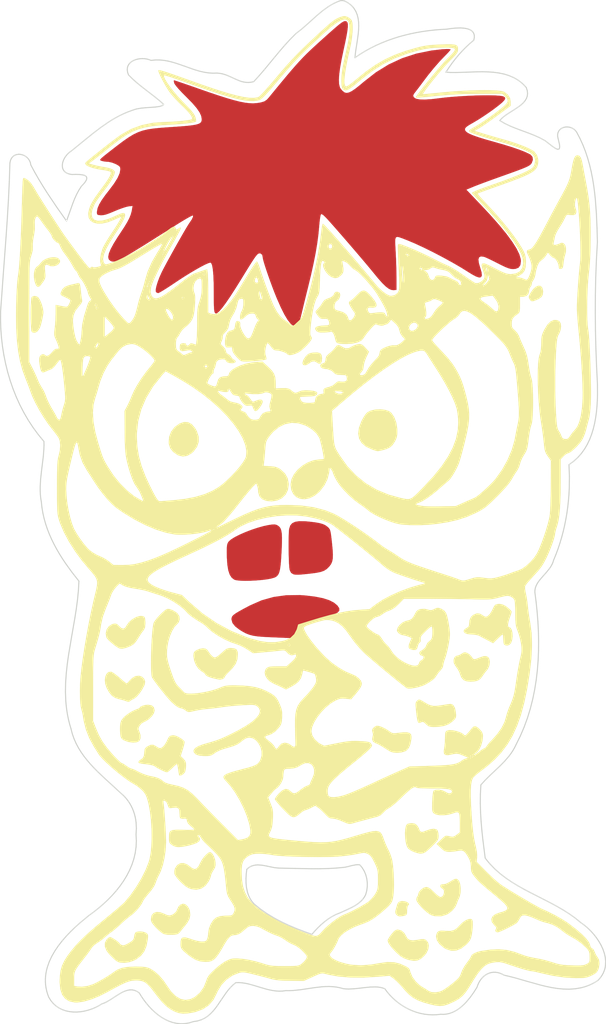
<source format=kicad_pcb>
(kicad_pcb (version 20221018) (generator pcbnew)
  (layers (0 "F.Cu" signal) (31 "B.Cu" signal) (34 "B.Paste" user) (35 "F.Paste" user) (36 "B.SilkS" user "B.Silkscreen") (37 "F.SilkS" user "F.Silkscreen") (38 "B.Mask" user) (39 "F.Mask" user) (44 "Edge.Cuts" user))
  (net 0 "")
  (footprint "LOGO" (layer "F.Cu") (at 51.1964 64.9397)
    (fp_text reference "G***" hide)
    (fp_text value "LOGO" hide)
  )
  (footprint "LOGO" (layer "F.Cu") (at 51.1964 64.9397)
    (fp_text reference "G***" hide)
    (fp_text value "LOGO" hide)
  )
  (footprint "LOGO" (layer "F.Cu") (at 51.1964 64.9397)
    (fp_text reference "G***" hide)
    (fp_text value "LOGO" hide)
  )
  (footprint "LOGO" (layer "F.Cu") (at 51.1964 64.9397)
    (fp_text reference "G***" hide)
    (fp_text value "LOGO" hide)
  )
  (footprint "LOGO" (layer "F.Cu") (at 51.1964 64.9397)
    (fp_text reference "G***" hide)
    (fp_text value "LOGO" hide)
    (fp_poly (pts (xy 0.543835 2.998855) (xy 0.662133 3.053916) (xy 0.813706 3.161735) (xy 0.92733 3.307033) (xy 1.006299 3.511052) (xy 1.053904 3.795034) (xy 1.073439 4.180222) (xy 1.068197 4.687857) (xy 1.041471 5.339182) (xy 1.035273 5.461) (xy 0.995473 6.136148) (xy 0.950797 6.6629) (xy 0.895607 7.062191) (xy 0.824261 7.354957) (xy 0.731121 7.562132) (xy 0.610546 7.704652) (xy 0.456897 7.803452) (xy 0.396957 7.830455) (xy 0.107104 7.91722) (xy -0.296647 7.991611) (xy -0.778571 8.051783) (xy -1.302946 8.095893) (xy -1.834046 8.122098) (xy -2.336149 8.128554) (xy -2.77353 8.113417) (xy -3.110465 8.074845) (xy -3.293839 8.020918) (xy -3.526049 7.842736) (xy -3.705633 7.565638) (xy -3.836485 7.175212) (xy -3.922499 6.65705) (xy -3.967568 5.99674) (xy -3.97672 5.493584) (xy -3.97195 5.119412) (xy -3.948585 4.868249) (xy -3.89789 4.69406) (xy -3.811127 4.550809) (xy -3.793473 4.527885) (xy -3.583102 4.341243) (xy -3.238959 4.128411) (xy -2.79205 3.902209) (xy -2.273382 3.67546) (xy -1.713961 3.460985) (xy -1.144793 3.271606) (xy -0.596884 3.120143) (xy -0.174479 3.031379) (xy 0.161772 2.980411) (xy 0.384177 2.969111) (xy 0.543835 2.998855)) (stroke (width 0.01)) (fill solid) (layer "F.Cu"))
    (fp_poly (pts (xy 3.170375 2.680415) (xy 3.534458 2.711489) (xy 4.089635 2.777594) (xy 4.507503 2.850384) (xy 4.82007 2.938955) (xy 5.059343 3.052401) (xy 5.257331 3.199818) (xy 5.259372 3.201638) (xy 5.360503 3.29851) (xy 5.434896 3.399971) (xy 5.490725 3.536512) (xy 5.536166 3.738622) (xy 5.579393 4.036792) (xy 5.628582 4.461513) (xy 5.650199 4.659318) (xy 5.708746 5.260577) (xy 5.73436 5.724003) (xy 5.723639 6.078503) (xy 5.673179 6.352983) (xy 5.579578 6.57635) (xy 5.439432 6.77751) (xy 5.394646 6.830088) (xy 5.173431 7.048231) (xy 4.929732 7.204533) (xy 4.622984 7.315445) (xy 4.21262 7.397422) (xy 3.888563 7.440907) (xy 3.320833 7.50614) (xy 2.893991 7.548048) (xy 2.581375 7.567789) (xy 2.356319 7.566519) (xy 2.192158 7.545395) (xy 2.096997 7.518647) (xy 1.909581 7.39658) (xy 1.792763 7.163252) (xy 1.7779 7.11163) (xy 1.749167 6.917661) (xy 1.725235 6.589314) (xy 1.706484 6.161485) (xy 1.693297 5.669071) (xy 1.686053 5.146968) (xy 1.685133 4.630074) (xy 1.69092 4.153286) (xy 1.703795 3.751501) (xy 1.724137 3.459614) (xy 1.737002 3.366988) (xy 1.833166 3.072483) (xy 2.006441 2.86319) (xy 2.274971 2.732492) (xy 2.656901 2.673773) (xy 3.170375 2.680415)) (stroke (width 0.01)) (fill solid) (layer "F.Cu"))
    (fp_poly (pts (xy 3.255056 9.475947) (xy 4.118106 9.582045) (xy 4.827419 9.723732) (xy 5.395617 9.904999) (xy 5.83532 10.129839) (xy 6.149026 10.391205) (xy 6.317986 10.644498) (xy 6.322463 10.861169) (xy 6.16243 11.039534) (xy 6.1595 11.041442) (xy 6.003315 11.115217) (xy 5.713329 11.226886) (xy 5.318262 11.366801) (xy 4.846833 11.525312) (xy 4.327762 11.69277) (xy 3.789771 11.859526) (xy 3.261578 12.015929) (xy 3.243936 12.021007) (xy 2.635539 12.195932) (xy 2.50507 12.64473) (xy 2.360879 13.023028) (xy 2.181422 13.253041) (xy 1.945846 13.355205) (xy 1.771333 13.363753) (xy 1.592002 13.355829) (xy 1.27806 13.342452) (xy 0.864091 13.325074) (xy 0.384677 13.305149) (xy 0 13.289287) (xy -0.649606 13.256526) (xy -1.164336 13.212568) (xy -1.578625 13.149089) (xy -1.926906 13.057765) (xy -2.243614 12.930274) (xy -2.563182 12.75829) (xy -2.797601 12.613023) (xy -3.207274 12.300419) (xy -3.453796 11.990148) (xy -3.543023 11.674055) (xy -3.540236 11.579329) (xy -3.516756 11.464825) (xy -3.457419 11.356568) (xy -3.343505 11.241273) (xy -3.156295 11.105656) (xy -2.877069 10.93643) (xy -2.487107 10.720312) (xy -1.967691 10.444016) (xy -1.862667 10.388792) (xy -0.80022 9.921439) (xy 0.317451 9.608114) (xy 1.497348 9.447568) (xy 2.746473 9.438552) (xy 3.255056 9.475947)) (stroke (width 0.01)) (fill solid) (layer "F.Cu"))
    (fp_poly (pts (xy 6.986048 -43.068934) (xy 7.063667 -42.980389) (xy 7.10211 -42.814238) (xy 7.100523 -42.555577) (xy 7.058051 -42.189502) (xy 6.973841 -41.70111) (xy 6.847039 -41.075495) (xy 6.721201 -40.497029) (xy 6.530889 -39.593939) (xy 6.394504 -38.838856) (xy 6.311046 -38.219607) (xy 6.279517 -37.72402) (xy 6.298918 -37.339922) (xy 6.368249 -37.055143) (xy 6.428767 -36.934107) (xy 6.603777 -36.721704) (xy 6.800533 -36.568448) (xy 6.823007 -36.55725) (xy 6.997838 -36.519668) (xy 7.209137 -36.561208) (xy 7.473977 -36.691475) (xy 7.809428 -36.920073) (xy 8.232562 -37.256607) (xy 8.556718 -37.53259) (xy 9.680286 -38.410012) (xy 10.850096 -39.130619) (xy 12.078892 -39.699686) (xy 13.379415 -40.122489) (xy 14.764405 -40.404303) (xy 15.769166 -40.518761) (xy 16.125773 -40.539255) (xy 16.379873 -40.536825) (xy 16.50291 -40.512163) (xy 16.51 -40.500827) (xy 16.453291 -40.409778) (xy 16.30211 -40.234421) (xy 16.084877 -40.006946) (xy 15.99515 -39.917683) (xy 15.512573 -39.413893) (xy 14.986667 -38.812888) (xy 14.459108 -38.163902) (xy 14.026438 -37.592) (xy 13.786445 -37.267232) (xy 13.53799 -36.938994) (xy 13.333786 -36.676903) (xy 13.329124 -36.671077) (xy 13.162863 -36.452335) (xy 13.093038 -36.312552) (xy 13.104113 -36.203662) (xy 13.15124 -36.120743) (xy 13.330332 -35.996774) (xy 13.663419 -35.927074) (xy 14.143991 -35.91194) (xy 14.765542 -35.951672) (xy 15.340521 -36.020453) (xy 15.946232 -36.094418) (xy 16.614216 -36.158335) (xy 17.320095 -36.21149) (xy 18.039494 -36.253167) (xy 18.748037 -36.282652) (xy 19.421346 -36.299231) (xy 20.035046 -36.302187) (xy 20.564761 -36.290807) (xy 20.986113 -36.264377) (xy 21.274728 -36.22218) (xy 21.357166 -36.196876) (xy 21.481577 -36.115201) (xy 21.508873 -36.005016) (xy 21.429681 -35.854253) (xy 21.234629 -35.650841) (xy 20.914346 -35.382709) (xy 20.45946 -35.037788) (xy 20.454157 -35.033879) (xy 20.007431 -34.714987) (xy 19.527691 -34.389752) (xy 19.067089 -34.092521) (xy 18.677772 -33.857643) (xy 18.612657 -33.820954) (xy 18.250471 -33.614001) (xy 18.015615 -33.461112) (xy 17.883221 -33.342124) (xy 17.82842 -33.236876) (xy 17.822333 -33.180217) (xy 17.865392 -33.050115) (xy 18.002588 -32.917389) (xy 18.245952 -32.776926) (xy 18.607514 -32.623608) (xy 19.099304 -32.452322) (xy 19.733354 -32.257951) (xy 20.502052 -32.040768) (xy 21.366894 -31.793757) (xy 22.136234 -31.554519) (xy 22.794283 -31.328622) (xy 23.325254 -31.121633) (xy 23.713358 -30.939119) (xy 23.843015 -30.86266) (xy 24.006238 -30.66517) (xy 24.039733 -30.400888) (xy 23.939674 -30.116259) (xy 23.90846 -30.068265) (xy 23.842105 -29.987829) (xy 23.749109 -29.909484) (xy 23.612179 -29.825833) (xy 23.414023 -29.72948) (xy 23.137348 -29.613029) (xy 22.764862 -29.469084) (xy 22.279272 -29.290249) (xy 21.663287 -29.069129) (xy 21.128887 -28.87943) (xy 20.551938 -28.673338) (xy 19.986456 -28.467986) (xy 19.466236 -28.275897) (xy 19.025078 -28.109595) (xy 18.696779 -27.981606) (xy 18.606285 -27.944635) (xy 17.950904 -27.670853) (xy 19.257743 -26.302593) (xy 20.184049 -25.309951) (xy 20.974094 -24.414048) (xy 21.629242 -23.612967) (xy 22.150859 -22.904794) (xy 22.540309 -22.287611) (xy 22.798957 -21.759504) (xy 22.928168 -21.318555) (xy 22.944666 -21.127148) (xy 22.895637 -20.768936) (xy 22.739961 -20.538798) (xy 22.464753 -20.423808) (xy 22.224677 -20.404667) (xy 22.027307 -20.421681) (xy 21.80171 -20.480757) (xy 21.516128 -20.593949) (xy 21.138802 -20.773309) (xy 20.80651 -20.942906) (xy 20.407535 -21.14554) (xy 20.044444 -21.32176) (xy 19.752468 -21.455035) (xy 19.566839 -21.528834) (xy 19.543561 -21.535497) (xy 19.276895 -21.560299) (xy 19.115235 -21.475634) (xy 19.056055 -21.273676) (xy 19.096826 -20.946599) (xy 19.219333 -20.531667) (xy 19.341103 -20.113211) (xy 19.369851 -19.824865) (xy 19.300515 -19.664511) (xy 19.128036 -19.630028) (xy 18.847356 -19.719295) (xy 18.453413 -19.930193) (xy 18.18508 -20.098272) (xy 17.469913 -20.543113) (xy 16.661461 -21.012424) (xy 15.797112 -21.486833) (xy 14.914255 -21.946967) (xy 14.050277 -22.373453) (xy 13.242568 -22.746917) (xy 12.528515 -23.047987) (xy 12.385231 -23.103524) (xy 12.032303 -23.239808) (xy 11.775828 -23.328374) (xy 11.601948 -23.35152) (xy 11.496807 -23.291543) (xy 11.44655 -23.130741) (xy 11.437319 -22.851413) (xy 11.455259 -22.435857) (xy 11.482181 -21.949834) (xy 11.508972 -21.37429) (xy 11.531517 -20.760891) (xy 11.547926 -20.171118) (xy 11.55631 -19.66645) (xy 11.557 -19.515667) (xy 11.557 -18.499667) (xy 11.300064 -18.474496) (xy 11.087512 -18.494649) (xy 10.850632 -18.603063) (xy 10.57566 -18.811424) (xy 10.248829 -19.131421) (xy 9.856372 -19.574739) (xy 9.5146 -19.990317) (xy 9.232581 -20.335167) (xy 8.867519 -20.772888) (xy 8.439011 -21.280727) (xy 7.966655 -21.835927) (xy 7.470046 -22.415734) (xy 6.968783 -22.997392) (xy 6.482462 -23.558146) (xy 6.030681 -24.075242) (xy 5.633037 -24.525924) (xy 5.309126 -24.887436) (xy 5.11906 -25.094166) (xy 4.877426 -25.330022) (xy 4.718526 -25.431646) (xy 4.6425 -25.419701) (xy 4.601177 -25.303883) (xy 4.556228 -25.056807) (xy 4.513433 -24.71629) (xy 4.482253 -24.370869) (xy 4.408473 -23.581335) (xy 4.301356 -22.762083) (xy 4.156278 -21.888092) (xy 3.968613 -20.934337) (xy 3.733739 -19.875795) (xy 3.447031 -18.687444) (xy 3.389438 -18.457334) (xy 3.259471 -17.936111) (xy 3.128626 -17.403603) (xy 3.009654 -16.912206) (xy 2.915307 -16.514319) (xy 2.890649 -16.40766) (xy 2.800819 -16.043803) (xy 2.708608 -15.717275) (xy 2.629885 -15.482941) (xy 2.609 -15.433993) (xy 2.444858 -15.224208) (xy 2.237191 -15.174837) (xy 1.997593 -15.286183) (xy 1.857963 -15.414368) (xy 1.588429 -15.760796) (xy 1.294804 -16.250752) (xy 0.973412 -16.891105) (xy 0.620581 -17.688725) (xy 0.546592 -17.866098) (xy 0.362739 -18.324953) (xy 0.168753 -18.833692) (xy -0.025783 -19.36443) (xy -0.211284 -19.889288) (xy -0.378167 -20.380381) (xy -0.516846 -20.809829) (xy -0.617738 -21.149747) (xy -0.671258 -21.372255) (xy -0.677334 -21.426705) (xy -0.726873 -21.695471) (xy -0.873017 -21.829246) (xy -0.970738 -21.844) (xy -1.043837 -21.834009) (xy -1.121408 -21.794156) (xy -1.214079 -21.709626) (xy -1.332476 -21.565602) (xy -1.487228 -21.347266) (xy -1.688959 -21.039803) (xy -1.948298 -20.628395) (xy -2.275871 -20.098226) (xy -2.5866 -19.591054) (xy -3.152772 -18.679075) (xy -3.643818 -17.917942) (xy -4.060223 -17.306986) (xy -4.402475 -16.845539) (xy -4.671059 -16.532933) (xy -4.866462 -16.368499) (xy -4.950489 -16.340667) (xy -5.019848 -16.356272) (xy -5.072593 -16.416354) (xy -5.110937 -16.540811) (xy -5.137093 -16.749544) (xy -5.153273 -17.062452) (xy -5.161691 -17.499434) (xy -5.164558 -18.080389) (xy -5.164667 -18.266823) (xy -5.174268 -19.130978) (xy -5.202974 -19.832806) (xy -5.250641 -20.371042) (xy -5.317123 -20.744418) (xy -5.402275 -20.951667) (xy -5.47693 -20.997334) (xy -5.651093 -20.951555) (xy -5.943255 -20.822437) (xy -6.331698 -20.62231) (xy -6.794703 -20.363505) (xy -7.31055 -20.058352) (xy -7.857521 -19.71918) (xy -8.413897 -19.358319) (xy -8.686066 -19.175485) (xy -9.12679 -18.880632) (xy -9.527502 -18.621741) (xy -9.864689 -18.413269) (xy -10.114837 -18.26967) (xy -10.254435 -18.205399) (xy -10.267392 -18.203334) (xy -10.422975 -18.268942) (xy -10.470846 -18.337622) (xy -10.47866 -18.524304) (xy -10.419134 -18.827325) (xy -10.302685 -19.212596) (xy -10.139728 -19.64603) (xy -9.94068 -20.093539) (xy -9.923467 -20.129013) (xy -9.777831 -20.415257) (xy -9.573406 -20.80057) (xy -9.324246 -21.259957) (xy -9.044403 -21.768425) (xy -8.747931 -22.300981) (xy -8.448882 -22.832631) (xy -8.16131 -23.338381) (xy -7.899268 -23.793237) (xy -7.676809 -24.172205) (xy -7.507986 -24.450292) (xy -7.412031 -24.595667) (xy -7.184654 -24.932142) (xy -7.069141 -25.176994) (xy -7.068111 -25.312816) (xy -7.150837 -25.293742) (xy -7.353174 -25.194634) (xy -7.652886 -25.027941) (xy -8.027738 -24.806114) (xy -8.455494 -24.541602) (xy -8.532526 -24.492872) (xy -9.564783 -23.838186) (xy -10.464423 -23.269217) (xy -11.241505 -22.780482) (xy -11.906087 -22.366499) (xy -12.468229 -22.021785) (xy -12.937989 -21.740856) (xy -13.325425 -21.518231) (xy -13.640597 -21.348426) (xy -13.893564 -21.225958) (xy -14.094383 -21.145345) (xy -14.253114 -21.101103) (xy -14.379816 -21.087751) (xy -14.484547 -21.099804) (xy -14.577366 -21.131782) (xy -14.640995 -21.163275) (xy -14.783262 -21.30182) (xy -14.826925 -21.519004) (xy -14.768976 -21.823119) (xy -14.606411 -22.222452) (xy -14.336223 -22.725294) (xy -13.955405 -23.339934) (xy -13.725635 -23.687214) (xy -13.364336 -24.237378) (xy -13.093883 -24.683855) (xy -12.899803 -25.055552) (xy -12.76762 -25.381375) (xy -12.68286 -25.690232) (xy -12.65851 -25.818343) (xy -12.596368 -26.18616) (xy -12.967108 -26.144373) (xy -13.195628 -26.093254) (xy -13.529399 -25.986922) (xy -13.920266 -25.841862) (xy -14.252371 -25.704374) (xy -14.70218 -25.516802) (xy -15.037693 -25.398885) (xy -15.293897 -25.340349) (xy -15.50578 -25.330922) (xy -15.520948 -25.331915) (xy -15.743486 -25.355552) (xy -15.842129 -25.41425) (xy -15.861891 -25.555041) (xy -15.855621 -25.681592) (xy -15.800241 -25.973891) (xy -15.660029 -26.310376) (xy -15.424258 -26.709865) (xy -15.082202 -27.191175) (xy -14.7588 -27.605536) (xy -14.29695 -28.219599) (xy -13.971244 -28.742215) (xy -13.778828 -29.178645) (xy -13.716828 -29.526074) (xy -13.733747 -29.69415) (xy -13.810942 -29.815488) (xy -13.986194 -29.933917) (xy -14.136519 -30.012908) (xy -14.464016 -30.144393) (xy -14.785955 -30.218475) (xy -14.893007 -30.226) (xy -15.176006 -30.24801) (xy -15.426713 -30.301896) (xy -15.45225 -30.310889) (xy -15.532881 -30.34734) (xy -15.565105 -30.392309) (xy -15.533558 -30.462956) (xy -15.422877 -30.576439) (xy -15.217697 -30.749915) (xy -14.902656 -31.000542) (xy -14.674595 -31.179362) (xy -14.008375 -31.697333) (xy -13.445709 -32.119765) (xy -12.958546 -32.457671) (xy -12.518833 -32.722062) (xy -12.098519 -32.923952) (xy -11.669549 -33.074353) (xy -11.203873 -33.184278) (xy -10.673437 -33.26474) (xy -10.05019 -33.32675) (xy -9.306078 -33.381321) (xy -9.017 -33.40037) (xy -8.257002 -33.452615) (xy -7.649525 -33.502679) (xy -7.17788 -33.554891) (xy -6.825381 -33.613582) (xy -6.575339 -33.683083) (xy -6.411068 -33.767723) (xy -6.315878 -33.871833) (xy -6.273084 -33.999743) (xy -6.265334 -34.11441) (xy -6.314605 -34.410932) (xy -6.468479 -34.747256) (xy -6.736043 -35.136493) (xy -7.126389 -35.591754) (xy -7.648604 -36.126151) (xy -7.683749 -36.160453) (xy -8.0657 -36.543673) (xy -8.384815 -36.886188) (xy -8.621956 -37.166243) (xy -8.75798 -37.362084) (xy -8.776813 -37.402818) (xy -8.824012 -37.583868) (xy -8.812509 -37.674318) (xy -8.804034 -37.676667) (xy -8.708259 -37.649609) (xy -8.474357 -37.57331) (xy -8.123813 -37.455085) (xy -7.678108 -37.302249) (xy -7.158728 -37.122114) (xy -6.587156 -36.921997) (xy -6.578983 -36.919123) (xy -5.572039 -36.568944) (xy -4.706149 -36.277775) (xy -3.965031 -36.042015) (xy -3.332406 -35.858065) (xy -2.791994 -35.722324) (xy -2.327515 -35.631193) (xy -1.922687 -35.581073) (xy -1.561232 -35.568363) (xy -1.226868 -35.589464) (xy -0.903315 -35.640776) (xy -0.848824 -35.652114) (xy -0.54261 -35.744935) (xy -0.313172 -35.898078) (xy -0.130567 -36.096614) (xy 0.514952 -36.883341) (xy 1.068929 -37.554884) (xy 1.546425 -38.127626) (xy 1.962497 -38.617952) (xy 2.332207 -39.042244) (xy 2.670612 -39.416887) (xy 2.992772 -39.758265) (xy 3.313748 -40.08276) (xy 3.648597 -40.406757) (xy 4.01238 -40.746639) (xy 4.420155 -41.11879) (xy 4.803323 -41.464383) (xy 5.339416 -41.944807) (xy 5.766143 -42.322352) (xy 6.098617 -42.608939) (xy 6.35195 -42.81649) (xy 6.541253 -42.956925) (xy 6.681638 -43.042165) (xy 6.788219 -43.084133) (xy 6.870108 -43.094776) (xy 6.986048 -43.068934)) (stroke (width 0.01)) (fill solid) (layer "F.Cu"))
  )
  (footprint "LOGO" (layer "F.Cu") (at 51.1964 64.9397)
    (fp_text reference "G***" hide)
    (fp_text value "LOGO" hide)
  )
  (gr_line (start 70.6357 26.4782) (end 70.133 26.4833) (stroke (width 0.1)) (layer "Edge.Cuts"))
  (gr_line (start 57.628 19.967) (end 57.628 19.967) (stroke (width 0.1)) (layer "Edge.Cuts"))
  (gr_line (start 70.4796 91.7464) (end 70.8938 91.2923) (stroke (width 0.1)) (layer "Edge.Cuts"))
  (gr_line (start 45.94 112.4757) (end 46.1545 112.2197) (stroke (width 0.1)) (layer "Edge.Cuts"))
  (gr_line (start 64.0453 23.0016) (end 63.503 23.1313) (stroke (width 0.1)) (layer "Edge.Cuts"))
  (gr_line (start 77.5967 31.9234) (end 77.5355 32.0649) (stroke (width 0.1)) (layer "Edge.Cuts"))
  (gr_line (start 79.1082 110.4087) (end 79.6397 110.3177) (stroke (width 0.1)) (layer "Edge.Cuts"))
  (gr_line (start 75.3259 32.2804) (end 74.7856 32.0695) (stroke (width 0.1)) (layer "Edge.Cuts"))
  (gr_line (start 53.0266 23.5067) (end 52.5323 24.0464) (stroke (width 0.1)) (layer "Edge.Cuts"))
  (gr_line (start 39.2793 25.2849) (end 39.0727 25.3173) (stroke (width 0.1)) (layer "Edge.Cuts"))
  (gr_line (start 41.842 25.5016) (end 41.4629 25.4352) (stroke (width 0.1)) (layer "Edge.Cuts"))
  (gr_line (start 70.4268 93.4281) (end 70.435 92.5878) (stroke (width 0.1)) (layer "Edge.Cuts"))
  (gr_line (start 62.6808 111.4987) (end 62.9701 111.7277) (stroke (width 0.1)) (layer "Edge.Cuts"))
  (gr_line (start 32.8332 86.1843) (end 32.9571 86.6039) (stroke (width 0.1)) (layer "Edge.Cuts"))
  (gr_line (start 80.5255 105.1057) (end 80.2386 104.8292) (stroke (width 0.1)) (layer "Edge.Cuts"))
  (gr_line (start 80.4409 60.1188) (end 80.6218 59.6457) (stroke (width 0.1)) (layer "Edge.Cuts"))
  (gr_line (start 77.2485 33.4557) (end 76.9824 33.2712) (stroke (width 0.1)) (layer "Edge.Cuts"))
  (gr_line (start 74.2804 27.556) (end 74.0915 27.3977) (stroke (width 0.1)) (layer "Edge.Cuts"))
  (gr_line (start 74.1717 29.4982) (end 74.3618 29.322) (stroke (width 0.1)) (layer "Edge.Cuts"))
  (gr_line (start 45.1658 26.5243) (end 44.7915 26.44) (stroke (width 0.1)) (layer "Edge.Cuts"))
  (gr_line (start 31.6507 70.177) (end 31.9075 70.6169) (stroke (width 0.1)) (layer "Edge.Cuts"))
  (gr_line (start 80.2257 60.5727) (end 80.4409 60.1188) (stroke (width 0.1)) (layer "Edge.Cuts"))
  (gr_line (start 70.3875 109.6857) (end 70.5042 109.5207) (stroke (width 0.1)) (layer "Edge.Cuts"))
  (gr_line (start 33.9113 36.9543) (end 33.6757 37.3218) (stroke (width 0.1)) (layer "Edge.Cuts"))
  (gr_line (start 51.6001 99.3228) (end 51.9657 99.3615) (stroke (width 0.1)) (layer "Edge.Cuts"))
  (gr_line (start 42.6487 113.5737) (end 43.0181 113.6077) (stroke (width 0.1)) (layer "Edge.Cuts"))
  (gr_line (start 41.0779 25.3988) (end 40.686 25.3979) (stroke (width 0.1)) (layer "Edge.Cuts"))
  (gr_line (start 75.5345 75.0003) (end 75.4216 74.1204) (stroke (width 0.1)) (layer "Edge.Cuts"))
  (gr_line (start 32.1507 106.0237) (end 31.798 106.4777) (stroke (width 0.1)) (layer "Edge.Cuts"))
  (gr_line (start 72.7831 100.2863) (end 72.2595 99.8864) (stroke (width 0.1)) (layer "Edge.Cuts"))
  (gr_line (start 26.7598 45.0096) (end 26.5164 48.3978) (stroke (width 0.1)) (layer "Edge.Cuts"))
  (gr_line (start 27.9487 56.2423) (end 28.2809 56.9716) (stroke (width 0.1)) (layer "Edge.Cuts"))
  (gr_line (start 81.1382 56.5884) (end 81.1543 56.0732) (stroke (width 0.1)) (layer "Edge.Cuts"))
  (gr_line (start 33.6757 37.3218) (end 33.4718 37.704) (stroke (width 0.1)) (layer "Edge.Cuts"))
  (gr_line (start 27.3117 36.5306) (end 27.2306 38.2271) (stroke (width 0.1)) (layer "Edge.Cuts"))
  (gr_line (start 78.0292 110.4327) (end 78.571 110.4447) (stroke (width 0.1)) (layer "Edge.Cuts"))
  (gr_line (start 62.4063 111.2497) (end 62.6808 111.4987) (stroke (width 0.1)) (layer "Edge.Cuts"))
  (gr_line (start 27.2306 38.2271) (end 27.1291 39.9234) (stroke (width 0.1)) (layer "Edge.Cuts"))
  (gr_line (start 32.4666 82.3909) (end 32.4499 83.2359) (stroke (width 0.1)) (layer "Edge.Cuts"))
  (gr_line (start 77.6717 33.1099) (end 77.6919 33.286) (stroke (width 0.1)) (layer "Edge.Cuts"))
  (gr_line (start 66.2488 22.6561) (end 65.6945 22.7175) (stroke (width 0.1)) (layer "Edge.Cuts"))
  (gr_line (start 75.8389 110.0417) (end 76.3875 110.1777) (stroke (width 0.1)) (layer "Edge.Cuts"))
  (gr_line (start 80.9859 58.1441) (end 81.0567 57.6272) (stroke (width 0.1)) (layer "Edge.Cuts"))
  (gr_line (start 35.0476 103.3708) (end 34.5987 103.7003) (stroke (width 0.1)) (layer "Edge.Cuts"))
  (gr_line (start 49.7205 102.644) (end 49.5775 102.4843) (stroke (width 0.1)) (layer "Edge.Cuts"))
  (gr_line (start 33.6839 73.0959) (end 33.6384 73.9366) (stroke (width 0.1)) (layer "Edge.Cuts"))
  (gr_line (start 38.6881 94.176) (end 38.7682 94.424) (stroke (width 0.1)) (layer "Edge.Cuts"))
  (gr_line (start 53.4805 99.3941) (end 54.9979 99.4221) (stroke (width 0.1)) (layer "Edge.Cuts"))
  (gr_line (start 77.5092 32.4077) (end 77.5524 32.6078) (stroke (width 0.1)) (layer "Edge.Cuts"))
  (gr_line (start 55.2776 105.1197) (end 55.0099 105.4257) (stroke (width 0.1)) (layer "Edge.Cuts"))
  (gr_line (start 39.3869 29.8083) (end 38.9783 29.877) (stroke (width 0.1)) (layer "Edge.Cuts"))
  (gr_line (start 33.0198 78.1589) (end 32.7359 79.8521) (stroke (width 0.1)) (layer "Edge.Cuts"))
  (gr_line (start 75.5346 73.5263) (end 75.6259 73.3444) (stroke (width 0.1)) (layer "Edge.Cuts"))
  (gr_line (start 34.1613 89.1442) (end 34.4515 89.5121) (stroke (width 0.1)) (layer "Edge.Cuts"))
  (gr_line (start 73.5556 88.3553) (end 73.6931 88.0761) (stroke (width 0.1)) (layer "Edge.Cuts"))
  (gr_line (start 28.8192 34.2299) (end 28.6672 34.1407) (stroke (width 0.1)) (layer "Edge.Cuts"))
  (gr_line (start 32.2023 34.7777) (end 32.1701 34.9498) (stroke (width 0.1)) (layer "Edge.Cuts"))
  (gr_line (start 30.9669 107.9347) (end 30.7876 108.4487) (stroke (width 0.1)) (layer "Edge.Cuts"))
  (gr_line (start 73.0506 89.1181) (end 73.2326 88.8749) (stroke (width 0.1)) (layer "Edge.Cuts"))
  (gr_line (start 40.6634 112.5787) (end 40.9623 112.8207) (stroke (width 0.1)) (layer "Edge.Cuts"))
  (gr_line (start 77.4838 110.3797) (end 78.0292 110.4327) (stroke (width 0.1)) (layer "Edge.Cuts"))
  (gr_line (start 36.7299 101.8583) (end 36.3332 102.2648) (stroke (width 0.1)) (layer "Edge.Cuts"))
  (gr_line (start 55.0099 105.4257) (end 54.3073 105.1727) (stroke (width 0.1)) (layer "Edge.Cuts"))
  (gr_line (start 53.2896 110.5647) (end 53.9491 110.4977) (stroke (width 0.1)) (layer "Edge.Cuts"))
  (gr_line (start 32.4499 83.2359) (end 32.4827 84.08) (stroke (width 0.1)) (layer "Edge.Cuts"))
  (gr_line (start 29.2438 34.8149) (end 29.1741 34.6367) (stroke (width 0.1)) (layer "Edge.Cuts"))
  (gr_line (start 75.4284 73.9128) (end 75.4674 73.7152) (stroke (width 0.1)) (layer "Edge.Cuts"))
  (gr_line (start 49.5346 99.1572) (end 49.7088 99.1068) (stroke (width 0.1)) (layer "Edge.Cuts"))
  (gr_line (start 34.5386 112.3647) (end 34.8724 112.2537) (stroke (width 0.1)) (layer "Edge.Cuts"))
  (gr_line (start 78.5685 64.6555) (end 78.5852 63.5431) (stroke (width 0.1)) (layer "Edge.Cuts"))
  (gr_line (start 77.4634 33.5608) (end 77.3632 33.52) (stroke (width 0.1)) (layer "Edge.Cuts"))
  (gr_line (start 33.2362 87.5243) (end 33.4261 87.9546) (stroke (width 0.1)) (layer "Edge.Cuts"))
  (gr_line (start 69.1364 26.5189) (end 68.1754 26.5475) (stroke (width 0.1)) (layer "Edge.Cuts"))
  (gr_line (start 58.3587 99.2118) (end 58.6945 99.1257) (stroke (width 0.1)) (layer "Edge.Cuts"))
  (gr_line (start 46.3572 111.9477) (end 46.7437 111.3787) (stroke (width 0.1)) (layer "Edge.Cuts"))
  (gr_line (start 53.6065 104.9022) (end 52.9124 104.6087) (stroke (width 0.1)) (layer "Edge.Cuts"))
  (gr_line (start 75.6273 75.8871) (end 75.5345 75.0003) (stroke (width 0.1)) (layer "Edge.Cuts"))
  (gr_line (start 71.3006 98.97) (end 71.0825 98.7123) (stroke (width 0.1)) (layer "Edge.Cuts"))
  (gr_line (start 39.0727 25.3173) (end 38.8748 25.3705) (stroke (width 0.1)) (layer "Edge.Cuts"))
  (gr_line (start 48.008 27.1495) (end 47.6225 26.9688) (stroke (width 0.1)) (layer "Edge.Cuts"))
  (gr_line (start 51.5856 25.1642) (end 50.6532 26.2931) (stroke (width 0.1)) (layer "Edge.Cuts"))
  (gr_line (start 39.6248 111.4277) (end 39.8591 111.7357) (stroke (width 0.1)) (layer "Edge.Cuts"))
  (gr_line (start 40.1031 25.3652) (end 39.9065 25.3134) (stroke (width 0.1)) (layer "Edge.Cuts"))
  (gr_line (start 34.5987 103.7003) (end 33.7635 104.391) (stroke (width 0.1)) (layer "Edge.Cuts"))
  (gr_line (start 57.8905 110.3987) (end 58.1251 110.4217) (stroke (width 0.1)) (layer "Edge.Cuts"))
  (gr_line (start 72.4094 109.0567) (end 72.613 109.1667) (stroke (width 0.1)) (layer "Edge.Cuts"))
  (gr_line (start 81.8104 108.6357) (end 81.8554 108.4547) (stroke (width 0.1)) (layer "Edge.Cuts"))
  (gr_line (start 47.6225 26.9688) (end 47.2224 26.7974) (stroke (width 0.1)) (layer "Edge.Cuts"))
  (gr_line (start 30.2994 66.362) (end 30.3845 66.8687) (stroke (width 0.1)) (layer "Edge.Cuts"))
  (gr_line (start 33.5039 112.5357) (end 33.8509 112.5077) (stroke (width 0.1)) (layer "Edge.Cuts"))
  (gr_line (start 57.3296 20.0799) (end 57.0424 20.2129) (stroke (width 0.1)) (layer "Edge.Cuts"))
  (gr_line (start 59.0313 20.9504) (end 58.8552 20.6658) (stroke (width 0.1)) (layer "Edge.Cuts"))
  (gr_line (start 77.6919 33.286) (end 77.688 33.4169) (stroke (width 0.1)) (layer "Edge.Cuts"))
  (gr_line (start 78.571 110.4447) (end 79.1082 110.4087) (stroke (width 0.1)) (layer "Edge.Cuts"))
  (gr_line (start 57.5584 110.3087) (end 57.8905 110.3987) (stroke (width 0.1)) (layer "Edge.Cuts"))
  (gr_line (start 30.6348 67.856) (end 30.7967 68.3368) (stroke (width 0.1)) (layer "Edge.Cuts"))
  (gr_line (start 37.4549 100.991) (end 37.1049 101.4335) (stroke (width 0.1)) (layer "Edge.Cuts"))
  (gr_line (start 73.2326 88.8749) (end 73.4015 88.6211) (stroke (width 0.1)) (layer "Edge.Cuts"))
  (gr_line (start 64.9513 112.6607) (end 65.3116 112.7317) (stroke (width 0.1)) (layer "Edge.Cuts"))
  (gr_line (start 32.5531 34.1117) (end 32.4364 34.2682) (stroke (width 0.1)) (layer "Edge.Cuts"))
  (gr_line (start 37.8843 92.8453) (end 38.0573 93.0449) (stroke (width 0.1)) (layer "Edge.Cuts"))
  (gr_line (start 76.9824 33.2712) (end 76.3487 32.7794) (stroke (width 0.1)) (layer "Edge.Cuts"))
  (gr_line (start 58.1589 20.0791) (end 57.9698 19.9866) (stroke (width 0.1)) (layer "Edge.Cuts"))
  (gr_line (start 56.5028 104.0184) (end 56.1726 104.2659) (stroke (width 0.1)) (layer "Edge.Cuts"))
  (gr_line (start 78.5868 103.5601) (end 78.026 103.2033) (stroke (width 0.1)) (layer "Edge.Cuts"))
  (gr_line (start 73.6922 27.1275) (end 73.4827 27.0141) (stroke (width 0.1)) (layer "Edge.Cuts"))
  (gr_line (start 80.8917 58.655) (end 80.9859 58.1441) (stroke (width 0.1)) (layer "Edge.Cuts"))
  (gr_line (start 38.2596 25.7885) (end 38.1722 25.9438) (stroke (width 0.1)) (layer "Edge.Cuts"))
  (gr_line (start 37.0555 111.0867) (end 37.4868 110.8187) (stroke (width 0.1)) (layer "Edge.Cuts"))
  (gr_line (start 59.9403 101.7702) (end 59.8567 101.9389) (stroke (width 0.1)) (layer "Edge.Cuts"))
  (gr_line (start 81.0544 39.4776) (end 80.959 38.1798) (stroke (width 0.1)) (layer "Edge.Cuts"))
  (gr_line (start 76.7405 71.9713) (end 76.8672 71.7879) (stroke (width 0.1)) (layer "Edge.Cuts"))
  (gr_line (start 78.8568 31.648) (end 78.7026 31.5831) (stroke (width 0.1)) (layer "Edge.Cuts"))
  (gr_line (start 49.1116 101.5591) (end 49.024 101.1484) (stroke (width 0.1)) (layer "Edge.Cuts"))
  (gr_line (start 42.2888 113.4957) (end 42.6487 113.5737) (stroke (width 0.1)) (layer "Edge.Cuts"))
  (gr_line (start 75.6489 81.2577) (end 75.7189 80.3652) (stroke (width 0.1)) (layer "Edge.Cuts"))
  (gr_line (start 62.9657 23.2794) (end 62.4345 23.4464) (stroke (width 0.1)) (layer "Edge.Cuts"))
  (gr_line (start 52.9581 110.5787) (end 53.2896 110.5647) (stroke (width 0.1)) (layer "Edge.Cuts"))
  (gr_line (start 76.3487 32.7794) (end 75.8505 32.5132) (stroke (width 0.1)) (layer "Edge.Cuts"))
  (gr_line (start 41.2968 29.5817) (end 41.1786 29.6254) (stroke (width 0.1)) (layer "Edge.Cuts"))
  (gr_line (start 62.4345 23.4464) (end 61.9101 23.6328) (stroke (width 0.1)) (layer "Edge.Cuts"))
  (gr_line (start 30.487 60.6537) (end 30.4775 60.9947) (stroke (width 0.1)) (layer "Edge.Cuts"))
  (gr_line (start 73.4827 27.0141) (end 73.0464 26.8266) (stroke (width 0.1)) (layer "Edge.Cuts"))
  (gr_line (start 52.9124 104.6087) (end 52.2301 104.2882) (stroke (width 0.1)) (layer "Edge.Cuts"))
  (gr_line (start 78.9694 62.1308) (end 79.3482 61.7865) (stroke (width 0.1)) (layer "Edge.Cuts"))
  (gr_line (start 30.1523 65.1506) (end 30.1869 65.4986) (stroke (width 0.1)) (layer "Edge.Cuts"))
  (gr_line (start 77.7182 69.6132) (end 77.8783 69.0759) (stroke (width 0.1)) (layer "Edge.Cuts"))
  (gr_line (start 38.941 96.8628) (end 38.915 97.432) (stroke (width 0.1)) (layer "Edge.Cuts"))
  (gr_line (start 30.6151 109.5107) (end 30.6156 109.7837) (stroke (width 0.1)) (layer "Edge.Cuts"))
  (gr_line (start 32.8023 35.8395) (end 33.0405 35.8813) (stroke (width 0.1)) (layer "Edge.Cuts"))
  (gr_line (start 80.2386 104.8292) (end 79.9426 104.581) (stroke (width 0.1)) (layer "Edge.Cuts"))
  (gr_line (start 75.7373 73.1683) (end 75.8647 72.9963) (stroke (width 0.1)) (layer "Edge.Cuts"))
  (gr_line (start 33.0405 35.8813) (end 33.406 35.8729) (stroke (width 0.1)) (layer "Edge.Cuts"))
  (gr_line (start 38.8364 97.9869) (end 38.7088 98.527) (stroke (width 0.1)) (layer "Edge.Cuts"))
  (gr_line (start 34.1648 35.953) (end 34.2647 35.998) (stroke (width 0.1)) (layer "Edge.Cuts"))
  (gr_line (start 30.4243 61.6802) (end 30.2539 63.0628) (stroke (width 0.1)) (layer "Edge.Cuts"))
  (gr_line (start 33.4718 37.704) (end 33.293 38.098) (stroke (width 0.1)) (layer "Edge.Cuts"))
  (gr_line (start 45.5448 26.5825) (end 45.1658 26.5243) (stroke (width 0.1)) (layer "Edge.Cuts"))
  (gr_line (start 74.6345 27.9227) (end 74.4616 27.7307) (stroke (width 0.1)) (layer "Edge.Cuts"))
  (gr_line (start 38.8332 94.6776) (end 38.8831 94.9363) (stroke (width 0.1)) (layer "Edge.Cuts"))
  (gr_line (start 59.3765 99.0558) (end 59.5001 99.1854) (stroke (width 0.1)) (layer "Edge.Cuts"))
  (gr_line (start 33.293 38.098) (end 33.1328 38.5006) (stroke (width 0.1)) (layer "Edge.Cuts"))
  (gr_line (start 59.8567 101.9389) (end 59.7583 102.0947) (stroke (width 0.1)) (layer "Edge.Cuts"))
  (gr_line (start 38.632 29.9872) (end 38.229 30.129) (stroke (width 0.1)) (layer "Edge.Cuts"))
  (gr_line (start 63.5884 112.1277) (end 63.9151 112.2957) (stroke (width 0.1)) (layer "Edge.Cuts"))
  (gr_line (start 37.8363 30.2914) (end 37.4531 30.4726) (stroke (width 0.1)) (layer "Edge.Cuts"))
  (gr_line (start 79.6397 110.3177) (end 79.9029 110.2497) (stroke (width 0.1)) (layer "Edge.Cuts"))
  (gr_line (start 37.1049 101.4335) (end 36.7299 101.8583) (stroke (width 0.1)) (layer "Edge.Cuts"))
  (gr_line (start 37.4906 92.4783) (end 37.6954 92.6562) (stroke (width 0.1)) (layer "Edge.Cuts"))
  (gr_line (start 57.7996 19.9608) (end 57.628 19.9671) (stroke (width 0.1)) (layer "Edge.Cuts"))
  (gr_line (start 27.1291 39.9234) (end 27.013 41.6192) (stroke (width 0.1)) (layer "Edge.Cuts"))
  (gr_line (start 26.811 52.3972) (end 26.9698 53.1862) (stroke (width 0.1)) (layer "Edge.Cuts"))
  (gr_line (start 41.2752 113.0367) (end 41.6012 113.2237) (stroke (width 0.1)) (layer "Edge.Cuts"))
  (gr_line (start 72.1171 26.588) (end 71.6313 26.5244) (stroke (width 0.1)) (layer "Edge.Cuts"))
  (gr_line (start 47.7924 110.0527) (end 48.0493 109.8457) (stroke (width 0.1)) (layer "Edge.Cuts"))
  (gr_line (start 30.2433 65.8463) (end 30.2994 66.362) (stroke (width 0.1)) (layer "Edge.Cuts"))
  (gr_line (start 34.9735 32.1185) (end 34.307 32.6565) (stroke (width 0.1)) (layer "Edge.Cuts"))
  (gr_line (start 65.6774 112.7767) (end 66.0475 112.7937) (stroke (width 0.1)) (layer "Edge.Cuts"))
  (gr_line (start 78.5852 63.5431) (end 78.5431 62.4394) (stroke (width 0.1)) (layer "Edge.Cuts"))
  (gr_line (start 30.8168 110.8947) (end 30.921 111.1777) (stroke (width 0.1)) (layer "Edge.Cuts"))
  (gr_line (start 28.1726 34.0295) (end 28.0098 34.0484) (stroke (width 0.1)) (layer "Edge.Cuts"))
  (gr_line (start 39.3766 27.8035) (end 39.7935 28.1281) (stroke (width 0.1)) (layer "Edge.Cuts"))
  (gr_line (start 59.2843 22.6534) (end 59.2977 22.2871) (stroke (width 0.1)) (layer "Edge.Cuts"))
  (gr_line (start 70.133 26.4833) (end 69.1364 26.5189) (stroke (width 0.1)) (layer "Edge.Cuts"))
  (gr_line (start 58.7466 20.5333) (end 58.6235 20.4079) (stroke (width 0.1)) (layer "Edge.Cuts"))
  (gr_line (start 79.131 31.8555) (end 79.0009 31.7386) (stroke (width 0.1)) (layer "Edge.Cuts"))
  (gr_line (start 37.6954 92.6562) (end 37.8843 92.8453) (stroke (width 0.1)) (layer "Edge.Cuts"))
  (gr_line (start 59.6466 102.2385) (end 59.5228 102.3713) (stroke (width 0.1)) (layer "Edge.Cuts"))
  (gr_line (start 77.3632 33.52) (end 77.2485 33.4557) (stroke (width 0.1)) (layer "Edge.Cuts"))
  (gr_line (start 31.8788 112.1767) (end 32.1775 112.3217) (stroke (width 0.1)) (layer "Edge.Cuts"))
  (gr_line (start 38.915 97.432) (end 38.8364 97.9869) (stroke (width 0.1)) (layer "Edge.Cuts"))
  (gr_line (start 38.378 25.6534) (end 38.2596 25.7885) (stroke (width 0.1)) (layer "Edge.Cuts"))
  (gr_line (start 61.053 110.2497) (end 61.2725 110.2807) (stroke (width 0.1)) (layer "Edge.Cuts"))
  (gr_line (start 73.6993 31.6677) (end 73.1743 31.4536) (stroke (width 0.1)) (layer "Edge.Cuts"))
  (gr_line (start 49.1747 101.7577) (end 49.1116 101.5591) (stroke (width 0.1)) (layer "Edge.Cuts"))
  (gr_line (start 53.9491 110.4977) (end 55.2596 110.3017) (stroke (width 0.1)) (layer "Edge.Cuts"))
  (gr_line (start 68.7578 111.9977) (end 68.9618 111.8077) (stroke (width 0.1)) (layer "Edge.Cuts"))
  (gr_line (start 45.9297 26.6092) (end 45.5448 26.5825) (stroke (width 0.1)) (layer "Edge.Cuts"))
  (gr_line (start 30.4122 36.9859) (end 30.0175 36.3361) (stroke (width 0.1)) (layer "Edge.Cuts"))
  (gr_line (start 34.7592 89.8683) (end 35.0814 90.2142) (stroke (width 0.1)) (layer "Edge.Cuts"))
  (gr_line (start 32.1643 35.1173) (end 32.187 35.277) (stroke (width 0.1)) (layer "Edge.Cuts"))
  (gr_line (start 59.3588 110.3567) (end 59.8599 110.2957) (stroke (width 0.1)) (layer "Edge.Cuts"))
  (gr_line (start 80.959 38.1798) (end 80.8908 37.5333) (stroke (width 0.1)) (layer "Edge.Cuts"))
  (gr_line (start 79.8135 33.1627) (end 79.5459 32.5747) (stroke (width 0.1)) (layer "Edge.Cuts"))
  (gr_line (start 79.5459 32.5747) (end 79.2429 31.9993) (stroke (width 0.1)) (layer "Edge.Cuts"))
  (gr_line (start 71.4373 108.9207) (end 71.6222 108.8957) (stroke (width 0.1)) (layer "Edge.Cuts"))
  (gr_line (start 47.2224 26.7974) (end 47.0124 26.7243) (stroke (width 0.1)) (layer "Edge.Cuts"))
  (gr_line (start 72.2265 90.0151) (end 72.6543 89.5789) (stroke (width 0.1)) (layer "Edge.Cuts"))
  (gr_line (start 57.628 19.9671) (end 57.628 19.967) (stroke (width 0.1)) (layer "Edge.Cuts"))
  (gr_line (start 77.505 32.2265) (end 77.5092 32.4077) (stroke (width 0.1)) (layer "Edge.Cuts"))
  (gr_line (start 72.2595 99.8864) (end 71.7639 99.4496) (stroke (width 0.1)) (layer "Edge.Cuts"))
  (gr_line (start 39.4901 25.2734) (end 39.2793 25.2849) (stroke (width 0.1)) (layer "Edge.Cuts"))
  (gr_line (start 73.8953 27.2552) (end 73.6922 27.1275) (stroke (width 0.1)) (layer "Edge.Cuts"))
  (gr_line (start 66.796 112.7407) (end 67.0727 112.7487) (stroke (width 0.1)) (layer "Edge.Cuts"))
  (gr_line (start 41.0446 29.1106) (end 41.4391 29.4587) (stroke (width 0.1)) (layer "Edge.Cuts"))
  (gr_line (start 48.5894 27.3746) (end 48.3928 27.3106) (stroke (width 0.1)) (layer "Edge.Cuts"))
  (gr_line (start 26.5164 48.3978) (end 26.5097 49.1985) (stroke (width 0.1)) (layer "Edge.Cuts"))
  (gr_line (start 52.3261 110.6157) (end 52.6251 110.5767) (stroke (width 0.1)) (layer "Edge.Cuts"))
  (gr_line (start 73.6931 88.0761) (end 74.0918 87.271) (stroke (width 0.1)) (layer "Edge.Cuts"))
  (gr_line (start 31.672 38.8938) (end 30.8214 37.6284) (stroke (width 0.1)) (layer "Edge.Cuts"))
  (gr_line (start 59.4199 24.8741) (end 58.9542 25.1878) (stroke (width 0.1)) (layer "Edge.Cuts"))
  (gr_line (start 74.4616 27.7307) (end 74.2804 27.556) (stroke (width 0.1)) (layer "Edge.Cuts"))
  (gr_line (start 59.0317 24.5038) (end 59.1463 23.7738) (stroke (width 0.1)) (layer "Edge.Cuts"))
  (gr_line (start 67.0727 112.7487) (end 67.3406 112.7227) (stroke (width 0.1)) (layer "Edge.Cuts"))
  (gr_line (start 33.1596 112.5337) (end 33.5039 112.5357) (stroke (width 0.1)) (layer "Edge.Cuts"))
  (gr_line (start 51.5647 103.9359) (end 50.9212 103.5475) (stroke (width 0.1)) (layer "Edge.Cuts"))
  (gr_line (start 55.4891 21.3131) (end 54.5295 22.1778) (stroke (width 0.1)) (layer "Edge.Cuts"))
  (gr_line (start 47.1325 110.8117) (end 47.3382 110.5407) (stroke (width 0.1)) (layer "Edge.Cuts"))
  (gr_line (start 76.2647 102.2432) (end 75.0688 101.6358) (stroke (width 0.1)) (layer "Edge.Cuts"))
  (gr_line (start 80.4272 34.9907) (end 80.2518 34.3719) (stroke (width 0.1)) (layer "Edge.Cuts"))
  (gr_line (start 30.6681 108.9747) (end 30.6329 109.2417) (stroke (width 0.1)) (layer "Edge.Cuts"))
  (gr_line (start 81.9016 107.9017) (end 81.8647 107.5277) (stroke (width 0.1)) (layer "Edge.Cuts"))
  (gr_line (start 44.7915 26.44) (end 44.421 26.3353) (stroke (width 0.1)) (layer "Edge.Cuts"))
  (gr_line (start 31.798 106.4777) (end 31.4788 106.9487) (stroke (width 0.1)) (layer "Edge.Cuts"))
  (gr_line (start 59.5228 102.3713) (end 59.2446 102.6077) (stroke (width 0.1)) (layer "Edge.Cuts"))
  (gr_line (start 81.6506 106.7827) (end 81.4831 106.4197) (stroke (width 0.1)) (layer "Edge.Cuts"))
  (gr_line (start 30.921 111.1777) (end 31.1179 111.4937) (stroke (width 0.1)) (layer "Edge.Cuts"))
  (gr_line (start 54.3073 105.1727) (end 53.6065 104.9022) (stroke (width 0.1)) (layer "Edge.Cuts"))
  (gr_line (start 81.0521 105.7277) (end 80.7983 105.4057) (stroke (width 0.1)) (layer "Edge.Cuts"))
  (gr_line (start 55.5604 104.8216) (end 55.2776 105.1197) (stroke (width 0.1)) (layer "Edge.Cuts"))
  (gr_line (start 47.0124 26.7243) (end 46.7934 26.6643) (stroke (width 0.1)) (layer "Edge.Cuts"))
  (gr_line (start 39.2122 110.7947) (end 39.4089 111.1137) (stroke (width 0.1)) (layer "Edge.Cuts"))
  (gr_line (start 69.734 22.8211) (end 69.6059 22.7063) (stroke (width 0.1)) (layer "Edge.Cuts"))
  (gr_line (start 65.3116 112.7317) (end 65.6774 112.7767) (stroke (width 0.1)) (layer "Edge.Cuts"))
  (gr_line (start 36.2058 111.6147) (end 36.6278 111.3667) (stroke (width 0.1)) (layer "Edge.Cuts"))
  (gr_line (start 41.3849 29.5268) (end 41.2968 29.5817) (stroke (width 0.1)) (layer "Edge.Cuts"))
  (gr_line (start 41.6012 113.2237) (end 41.9393 113.3787) (stroke (width 0.1)) (layer "Edge.Cuts"))
  (gr_line (start 30.3845 66.8687) (end 30.4968 67.3667) (stroke (width 0.1)) (layer "Edge.Cuts"))
  (gr_line (start 72.0083 108.9227) (end 72.2075 108.9757) (stroke (width 0.1)) (layer "Edge.Cuts"))
  (gr_line (start 34.097 36.7631) (end 33.9113 36.9543) (stroke (width 0.1)) (layer "Edge.Cuts"))
  (gr_line (start 33.3142 76.4672) (end 33.0198 78.1589) (stroke (width 0.1)) (layer "Edge.Cuts"))
  (gr_line (start 35.4151 90.5515) (end 36.105 91.206) (stroke (width 0.1)) (layer "Edge.Cuts"))
  (gr_line (start 40.6812 29.7068) (end 40.2687 29.7376) (stroke (width 0.1)) (layer "Edge.Cuts"))
  (gr_line (start 75.226 83.8987) (end 75.4044 83.0262) (stroke (width 0.1)) (layer "Edge.Cuts"))
  (gr_line (start 32.548 40.137) (end 31.672 38.8938) (stroke (width 0.1)) (layer "Edge.Cuts"))
  (gr_line (start 67.833 25.7047) (end 68.1308 25.3155) (stroke (width 0.1)) (layer "Edge.Cuts"))
  (gr_line (start 80.7712 59.1567) (end 80.8917 58.655) (stroke (width 0.1)) (layer "Edge.Cuts"))
  (gr_line (start 69.4612 23.9023) (end 69.829 23.5894) (stroke (width 0.1)) (layer "Edge.Cuts"))
  (gr_line (start 37.4531 30.4726) (end 37.0787 30.6709) (stroke (width 0.1)) (layer "Edge.Cuts"))
  (gr_line (start 60.3518 110.2487) (end 60.8257 110.2367) (stroke (width 0.1)) (layer "Edge.Cuts"))
  (gr_line (start 60.8851 24.0659) (end 60.3862 24.3137) (stroke (width 0.1)) (layer "Edge.Cuts"))
  (gr_line (start 74.6448 28.9306) (end 74.7244 28.7104) (stroke (width 0.1)) (layer "Edge.Cuts"))
  (gr_line (start 80.0481 33.7622) (end 79.8135 33.1627) (stroke (width 0.1)) (layer "Edge.Cuts"))
  (gr_line (start 51.1613 110.5177) (end 51.4486 110.5717) (stroke (width 0.1)) (layer "Edge.Cuts"))
  (gr_line (start 76.9778 71.597) (end 77.068 71.3972) (stroke (width 0.1)) (layer "Edge.Cuts"))
  (gr_line (start 27.39 54.7381) (end 27.6519 55.4971) (stroke (width 0.1)) (layer "Edge.Cuts"))
  (gr_line (start 76.1516 72.6592) (end 76.4543 72.3214) (stroke (width 0.1)) (layer "Edge.Cuts"))
  (gr_line (start 48.9818 100.7265) (end 48.9774 100.3015) (stroke (width 0.1)) (layer "Edge.Cuts"))
  (gr_line (start 50.31 110.2847) (end 50.8761 110.4487) (stroke (width 0.1)) (layer "Edge.Cuts"))
  (gr_line (start 34.8724 112.2537) (end 35.1948 112.1187) (stroke (width 0.1)) (layer "Edge.Cuts"))
  (gr_line (start 70.9269 109.1297) (end 71.0886 109.0387) (stroke (width 0.1)) (layer "Edge.Cuts"))
  (gr_line (start 54.5295 22.1778) (end 54.0444 22.5982) (stroke (width 0.1)) (layer "Edge.Cuts"))
  (gr_line (start 80.2518 34.3719) (end 80.0481 33.7622) (stroke (width 0.1)) (layer "Edge.Cuts"))
  (gr_line (start 78.4913 65.7708) (end 78.5376 65.2131) (stroke (width 0.1)) (layer "Edge.Cuts"))
  (gr_line (start 31.1857 69.2733) (end 31.4096 69.7292) (stroke (width 0.1)) (layer "Edge.Cuts"))
  (gr_line (start 33.0579 72.2993) (end 33.6839 73.0959) (stroke (width 0.1)) (layer "Edge.Cuts"))
  (gr_line (start 72.2128 30.9416) (end 72.372 30.7644) (stroke (width 0.1)) (layer "Edge.Cuts"))
  (gr_line (start 77.6616 33.5062) (end 77.6143 33.5575) (stroke (width 0.1)) (layer "Edge.Cuts"))
  (gr_line (start 69.6059 22.7063) (end 69.447 22.6172) (stroke (width 0.1)) (layer "Edge.Cuts"))
  (gr_line (start 41.9393 113.3787) (end 42.2888 113.4957) (stroke (width 0.1)) (layer "Edge.Cuts"))
  (gr_line (start 74.747 85.6118) (end 75.0076 84.7612) (stroke (width 0.1)) (layer "Edge.Cuts"))
  (gr_line (start 59.0328 99.0625) (end 59.2038 99.0499) (stroke (width 0.1)) (layer "Edge.Cuts"))
  (gr_line (start 27.6519 55.4971) (end 27.9487 56.2423) (stroke (width 0.1)) (layer "Edge.Cuts"))
  (gr_line (start 78.5431 62.4394) (end 78.9694 62.1308) (stroke (width 0.1)) (layer "Edge.Cuts"))
  (gr_line (start 37.4868 110.8187) (end 37.7033 110.7047) (stroke (width 0.1)) (layer "Edge.Cuts"))
  (gr_line (start 77.5477 33.5745) (end 77.4634 33.5608) (stroke (width 0.1)) (layer "Edge.Cuts"))
  (gr_line (start 67.7184 22.5249) (end 67.3591 22.5801) (stroke (width 0.1)) (layer "Edge.Cuts"))
  (gr_line (start 56.8979 110.2117) (end 57.2276 110.2477) (stroke (width 0.1)) (layer "Edge.Cuts"))
  (gr_line (start 75.5447 82.1453) (end 75.6489 81.2577) (stroke (width 0.1)) (layer "Edge.Cuts"))
  (gr_line (start 51.221 99.2494) (end 51.6001 99.3228) (stroke (width 0.1)) (layer "Edge.Cuts"))
  (gr_line (start 57.628 19.967) (end 57.3296 20.0799) (stroke (width 0.1)) (layer "Edge.Cuts"))
  (gr_line (start 38.6901 25.4443) (end 38.523 25.5386) (stroke (width 0.1)) (layer "Edge.Cuts"))
  (gr_line (start 58.3652 110.4297) (end 58.8576 110.4077) (stroke (width 0.1)) (layer "Edge.Cuts"))
  (gr_line (start 58.6235 20.4079) (end 58.485 20.2902) (stroke (width 0.1)) (layer "Edge.Cuts"))
  (gr_line (start 28.9573 34.3431) (end 28.8192 34.2299) (stroke (width 0.1)) (layer "Edge.Cuts"))
  (gr_line (start 45.4593 112.9237) (end 45.7097 112.7127) (stroke (width 0.1)) (layer "Edge.Cuts"))
  (gr_line (start 32.1782 71.049) (end 32.4613 71.4733) (stroke (width 0.1)) (layer "Edge.Cuts"))
  (gr_line (start 50.6532 26.2931) (end 50.1766 26.8467) (stroke (width 0.1)) (layer "Edge.Cuts"))
  (gr_line (start 32.1775 112.3217) (end 32.4928 112.4277) (stroke (width 0.1)) (layer "Edge.Cuts"))
  (gr_line (start 81.8647 107.5277) (end 81.7794 107.1537) (stroke (width 0.1)) (layer "Edge.Cuts"))
  (gr_line (start 38.9181 95.1992) (end 38.9439 95.735) (stroke (width 0.1)) (layer "Edge.Cuts"))
  (gr_line (start 32.9899 33.7296) (end 32.832 33.8391) (stroke (width 0.1)) (layer "Edge.Cuts"))
  (gr_line (start 55.8586 104.5353) (end 55.5604 104.8216) (stroke (width 0.1)) (layer "Edge.Cuts"))
  (gr_line (start 28.2809 56.9716) (end 28.6486 57.6832) (stroke (width 0.1)) (layer "Edge.Cuts"))
  (gr_line (start 50.1766 26.8467) (end 49.6847 27.385) (stroke (width 0.1)) (layer "Edge.Cuts"))
  (gr_line (start 61.2725 110.2807) (end 61.4829 110.3297) (stroke (width 0.1)) (layer "Edge.Cuts"))
  (gr_line (start 37.7764 100.5312) (end 37.4549 100.991) (stroke (width 0.1)) (layer "Edge.Cuts"))
  (gr_line (start 58.8552 20.6658) (end 58.7466 20.5333) (stroke (width 0.1)) (layer "Edge.Cuts"))
  (gr_line (start 71.6313 26.5244) (end 71.1363 26.4899) (stroke (width 0.1)) (layer "Edge.Cuts"))
  (gr_line (start 28.3394 34.0393) (end 28.1726 34.0295) (stroke (width 0.1)) (layer "Edge.Cuts"))
  (gr_line (start 74.2399 31.8691) (end 73.6993 31.6677) (stroke (width 0.1)) (layer "Edge.Cuts"))
  (gr_line (start 75.6259 73.3444) (end 75.7373 73.1683) (stroke (width 0.1)) (layer "Edge.Cuts"))
  (gr_line (start 29.9684 59.6926) (end 30.4815 60.3142) (stroke (width 0.1)) (layer "Edge.Cuts"))
  (gr_line (start 58.9346 102.8116) (end 58.6037 102.9907) (stroke (width 0.1)) (layer "Edge.Cuts"))
  (gr_line (start 59.1463 23.7738) (end 59.2506 23.0256) (stroke (width 0.1)) (layer "Edge.Cuts"))
  (gr_line (start 65.1419 22.7952) (end 64.5919 22.8897) (stroke (width 0.1)) (layer "Edge.Cuts"))
  (gr_line (start 80.4235 110.0647) (end 80.6806 109.9447) (stroke (width 0.1)) (layer "Edge.Cuts"))
  (gr_line (start 28.0098 34.0484) (end 27.8554 34.0973) (stroke (width 0.1)) (layer "Edge.Cuts"))
  (gr_line (start 72.2075 108.9757) (end 72.4094 109.0567) (stroke (width 0.1)) (layer "Edge.Cuts"))
  (gr_line (start 81.4831 106.4197) (end 81.282 106.0667) (stroke (width 0.1)) (layer "Edge.Cuts"))
  (gr_line (start 78.258 67.4365) (end 78.3517 66.8832) (stroke (width 0.1)) (layer "Edge.Cuts"))
  (gr_line (start 56.5692 110.1987) (end 56.8979 110.2117) (stroke (width 0.1)) (layer "Edge.Cuts"))
  (gr_line (start 68.1754 26.5475) (end 67.7173 26.5439) (stroke (width 0.1)) (layer "Edge.Cuts"))
  (gr_line (start 38.5928 93.9343) (end 38.6881 94.176) (stroke (width 0.1)) (layer "Edge.Cuts"))
  (gr_line (start 29.0522 58.3752) (end 29.492 59.0457) (stroke (width 0.1)) (layer "Edge.Cuts"))
  (gr_line (start 68.9618 111.8077) (end 69.1564 111.6047) (stroke (width 0.1)) (layer "Edge.Cuts"))
  (gr_line (start 74.7856 32.0695) (end 74.2399 31.8691) (stroke (width 0.1)) (layer "Edge.Cuts"))
  (gr_line (start 35.6535 31.5988) (end 34.9735 32.1185) (stroke (width 0.1)) (layer "Edge.Cuts"))
  (gr_line (start 50.8353 99.1662) (end 51.221 99.2494) (stroke (width 0.1)) (layer "Edge.Cuts"))
  (gr_line (start 72.5614 30.5971) (end 72.7744 30.4374) (stroke (width 0.1)) (layer "Edge.Cuts"))
  (gr_line (start 44.421 26.3353) (end 44.0531 26.2159) (stroke (width 0.1)) (layer "Edge.Cuts"))
  (gr_line (start 34.3313 36.4496) (end 34.236 36.5954) (stroke (width 0.1)) (layer "Edge.Cuts"))
  (gr_line (start 50.4501 99.0982) (end 50.8353 99.1662) (stroke (width 0.1)) (layer "Edge.Cuts"))
  (gr_line (start 32.7359 79.8521) (end 32.6174 80.6988) (stroke (width 0.1)) (layer "Edge.Cuts"))
  (gr_line (start 54.0444 22.5982) (end 53.5434 22.9879) (stroke (width 0.1)) (layer "Edge.Cuts"))
  (gr_line (start 64.2519 112.4417) (end 64.5977 112.5637) (stroke (width 0.1)) (layer "Edge.Cuts"))
  (gr_line (start 38.229 30.129) (end 37.8363 30.2914) (stroke (width 0.1)) (layer "Edge.Cuts"))
  (gr_line (start 67.5995 112.6657) (end 67.8494 112.5787) (stroke (width 0.1)) (layer "Edge.Cuts"))
  (gr_line (start 34.197 112.4497) (end 34.5386 112.3647) (stroke (width 0.1)) (layer "Edge.Cuts"))
  (gr_line (start 32.5302 105.5867) (end 32.1507 106.0237) (stroke (width 0.1)) (layer "Edge.Cuts"))
  (gr_line (start 71.7639 99.4496) (end 71.3006 98.97) (stroke (width 0.1)) (layer "Edge.Cuts"))
  (gr_line (start 38.8748 25.3705) (end 38.6901 25.4443) (stroke (width 0.1)) (layer "Edge.Cuts"))
  (gr_line (start 48.9774 100.3015) (end 49.0035 99.8814) (stroke (width 0.1)) (layer "Edge.Cuts"))
  (gr_line (start 30.6352 110.0577) (end 30.6747 110.3347) (stroke (width 0.1)) (layer "Edge.Cuts"))
  (gr_line (start 66.8039 22.6105) (end 66.2488 22.6561) (stroke (width 0.1)) (layer "Edge.Cuts"))
  (gr_line (start 30.6329 109.2417) (end 30.6151 109.5107) (stroke (width 0.1)) (layer "Edge.Cuts"))
  (gr_line (start 57.0424 20.2129) (end 56.7653 20.3638) (stroke (width 0.1)) (layer "Edge.Cuts"))
  (gr_line (start 56.497 20.5306) (end 55.9823 20.903) (stroke (width 0.1)) (layer "Edge.Cuts"))
  (gr_line (start 75.7647 78.5719) (end 75.7444 77.6746) (stroke (width 0.1)) (layer "Edge.Cuts"))
  (gr_line (start 61.9063 110.7007) (end 62.1478 110.9837) (stroke (width 0.1)) (layer "Edge.Cuts"))
  (gr_line (start 72.6753 31.2154) (end 72.2128 30.9416) (stroke (width 0.1)) (layer "Edge.Cuts"))
  (gr_line (start 32.187 35.277) (end 32.2403 35.4254) (stroke (width 0.1)) (layer "Edge.Cuts"))
  (gr_line (start 67.3406 112.7227) (end 67.5995 112.6657) (stroke (width 0.1)) (layer "Edge.Cuts"))
  (gr_line (start 44.0531 26.2159) (end 43.3211 25.9549) (stroke (width 0.1)) (layer "Edge.Cuts"))
  (gr_line (start 33.4261 87.9546) (end 33.6456 88.367) (stroke (width 0.1)) (layer "Edge.Cuts"))
  (gr_line (start 67.2791 26.52) (end 67.5492 26.1065) (stroke (width 0.1)) (layer "Edge.Cuts"))
  (gr_line (start 79.6424 104.3643) (end 79.1271 103.9451) (stroke (width 0.1)) (layer "Edge.Cuts"))
  (gr_line (start 57.2691 99.3585) (end 58.0227 99.2868) (stroke (width 0.1)) (layer "Edge.Cuts"))
  (gr_line (start 43.3962 113.5937) (end 43.7821 113.5287) (stroke (width 0.1)) (layer "Edge.Cuts"))
  (gr_line (start 31.1179 111.4937) (end 31.3454 111.7647) (stroke (width 0.1)) (layer "Edge.Cuts"))
  (gr_line (start 81.7497 108.8137) (end 81.8104 108.6357) (stroke (width 0.1)) (layer "Edge.Cuts"))
  (gr_line (start 38.7846 110.5527) (end 38.999 110.6467) (stroke (width 0.1)) (layer "Edge.Cuts"))
  (gr_line (start 70.1963 110.0607) (end 70.2845 109.8657) (stroke (width 0.1)) (layer "Edge.Cuts"))
  (gr_line (start 60.8257 110.2367) (end 61.053 110.2497) (stroke (width 0.1)) (layer "Edge.Cuts"))
  (gr_line (start 79.1271 103.9451) (end 78.5868 103.5601) (stroke (width 0.1)) (layer "Edge.Cuts"))
  (gr_line (start 49.7088 99.1068) (end 49.8883 99.0788) (stroke (width 0.1)) (layer "Edge.Cuts"))
  (gr_line (start 75.6979 76.7791) (end 75.6273 75.8871) (stroke (width 0.1)) (layer "Edge.Cuts"))
  (gr_line (start 40.6343 28.7763) (end 41.0446 29.1106) (stroke (width 0.1)) (layer "Edge.Cuts"))
  (gr_line (start 68.322 112.3307) (end 68.5445 112.1737) (stroke (width 0.1)) (layer "Edge.Cuts"))
  (gr_line (start 56.7653 20.3638) (end 56.497 20.5306) (stroke (width 0.1)) (layer "Edge.Cuts"))
  (gr_line (start 80.8908 37.5333) (end 80.8059 36.8899) (stroke (width 0.1)) (layer "Edge.Cuts"))
  (gr_line (start 60.3862 24.3137) (end 59.8975 24.5829) (stroke (width 0.1)) (layer "Edge.Cuts"))
  (gr_line (start 58.6945 99.1257) (end 59.0328 99.0625) (stroke (width 0.1)) (layer "Edge.Cuts"))
  (gr_line (start 40.686 25.3979) (end 40.286 25.4383) (stroke (width 0.1)) (layer "Edge.Cuts"))
  (gr_line (start 59.2038 99.0499) (end 59.3765 99.0558) (stroke (width 0.1)) (layer "Edge.Cuts"))
  (gr_line (start 38.0659 100.0544) (end 37.7764 100.5312) (stroke (width 0.1)) (layer "Edge.Cuts"))
  (gr_line (start 51.9657 99.3615) (end 53.4805 99.3941) (stroke (width 0.1)) (layer "Edge.Cuts"))
  (gr_line (start 49.3666 99.2332) (end 49.5346 99.1572) (stroke (width 0.1)) (layer "Edge.Cuts"))
  (gr_line (start 38.5843 27.1273) (end 38.9713 27.4717) (stroke (width 0.1)) (layer "Edge.Cuts"))
  (gr_line (start 50.0723 99.0701) (end 50.4501 99.0982) (stroke (width 0.1)) (layer "Edge.Cuts"))
  (gr_line (start 48.9998 27.4516) (end 48.7912 27.4228) (stroke (width 0.1)) (layer "Edge.Cuts"))
  (gr_line (start 81.3366 109.4917) (end 81.4666 109.3277) (stroke (width 0.1)) (layer "Edge.Cuts"))
  (gr_line (start 69.2626 22.5514) (end 69.0583 22.5062) (stroke (width 0.1)) (layer "Edge.Cuts"))
  (gr_line (start 30.9809 68.8092) (end 31.1857 69.2733) (stroke (width 0.1)) (layer "Edge.Cuts"))
  (gr_line (start 81.4666 109.3277) (end 81.5784 109.1607) (stroke (width 0.1)) (layer "Edge.Cuts"))
  (gr_line (start 30.7967 68.3368) (end 30.9809 68.8092) (stroke (width 0.1)) (layer "Edge.Cuts"))
  (gr_line (start 80.9937 45.3107) (end 81.0555 43.6848) (stroke (width 0.1)) (layer "Edge.Cuts"))
  (gr_line (start 69.5173 111.1707) (end 69.8399 110.7177) (stroke (width 0.1)) (layer "Edge.Cuts"))
  (gr_line (start 77.688 33.4169) (end 77.6616 33.5062) (stroke (width 0.1)) (layer "Edge.Cuts"))
  (gr_line (start 32.4827 84.08) (end 32.5202 84.5016) (stroke (width 0.1)) (layer "Edge.Cuts"))
  (gr_line (start 76.3875 110.1777) (end 76.9363 110.2927) (stroke (width 0.1)) (layer "Edge.Cuts"))
  (gr_line (start 32.8214 112.4977) (end 33.1596 112.5337) (stroke (width 0.1)) (layer "Edge.Cuts"))
  (gr_line (start 70.435 92.5878) (end 70.4796 91.7464) (stroke (width 0.1)) (layer "Edge.Cuts"))
  (gr_line (start 56.2411 110.2047) (end 56.5692 110.1987) (stroke (width 0.1)) (layer "Edge.Cuts"))
  (gr_line (start 38.1722 25.9438) (end 38.1203 26.1193) (stroke (width 0.1)) (layer "Edge.Cuts"))
  (gr_line (start 39.7007 25.2829) (end 39.4901 25.2734) (stroke (width 0.1)) (layer "Edge.Cuts"))
  (gr_line (start 74.0918 87.271) (end 74.4424 86.449) (stroke (width 0.1)) (layer "Edge.Cuts"))
  (gr_line (start 49.4524 102.3149) (end 49.3441 102.1366) (stroke (width 0.1)) (layer "Edge.Cuts"))
  (gr_line (start 70.1238 110.2687) (end 70.1963 110.0607) (stroke (width 0.1)) (layer "Edge.Cuts"))
  (gr_line (start 44.1749 113.4087) (end 44.5467 113.3517) (stroke (width 0.1)) (layer "Edge.Cuts"))
  (gr_line (start 38.141 26.5299) (end 38.2225 26.765) (stroke (width 0.1)) (layer "Edge.Cuts"))
  (gr_line (start 59.2977 22.2871) (end 59.285 21.9301) (stroke (width 0.1)) (layer "Edge.Cuts"))
  (gr_line (start 71.6222 108.8957) (end 71.8129 108.8967) (stroke (width 0.1)) (layer "Edge.Cuts"))
  (gr_line (start 57.5939 103.4553) (end 57.213 103.6082) (stroke (width 0.1)) (layer "Edge.Cuts"))
  (gr_line (start 38.8831 94.9363) (end 38.9181 95.1992) (stroke (width 0.1)) (layer "Edge.Cuts"))
  (gr_line (start 59.8599 110.2957) (end 60.3518 110.2487) (stroke (width 0.1)) (layer "Edge.Cuts"))
  (gr_line (start 32.2403 35.4254) (end 32.3264 35.5593) (stroke (width 0.1)) (layer "Edge.Cuts"))
  (gr_line (start 36.105 91.206) (end 36.8049 91.8442) (stroke (width 0.1)) (layer "Edge.Cuts"))
  (gr_line (start 74.4774 101.3241) (end 73.8965 100.9993) (stroke (width 0.1)) (layer "Edge.Cuts"))
  (gr_line (start 58.9854 24.8533) (end 59.0317 24.5038) (stroke (width 0.1)) (layer "Edge.Cuts"))
  (gr_line (start 78.7026 31.5831) (end 78.5425 31.5434) (stroke (width 0.1)) (layer "Edge.Cuts"))
  (gr_line (start 81.1543 56.0732) (end 81.1506 55.0675) (stroke (width 0.1)) (layer "Edge.Cuts"))
  (gr_line (start 36.6278 111.3667) (end 37.0555 111.0867) (stroke (width 0.1)) (layer "Edge.Cuts"))
  (gr_line (start 77.6845 31.8026) (end 77.5967 31.9234) (stroke (width 0.1)) (layer "Edge.Cuts"))
  (gr_line (start 60.0809 100.6881) (end 60.0807 101.0573) (stroke (width 0.1)) (layer "Edge.Cuts"))
  (gr_line (start 74.7259 28.2089) (end 74.6345 27.9227) (stroke (width 0.1)) (layer "Edge.Cuts"))
  (gr_line (start 81.5784 109.1607) (end 81.6725 108.9887) (stroke (width 0.1)) (layer "Edge.Cuts"))
  (gr_line (start 46.7934 26.6643) (end 46.5637 26.6213) (stroke (width 0.1)) (layer "Edge.Cuts"))
  (gr_line (start 55.9137 110.2257) (end 56.2411 110.2047) (stroke (width 0.1)) (layer "Edge.Cuts"))
  (gr_line (start 79.0009 31.7386) (end 78.8568 31.648) (stroke (width 0.1)) (layer "Edge.Cuts"))
  (gr_line (start 49.3441 102.1366) (end 49.2519 101.9506) (stroke (width 0.1)) (layer "Edge.Cuts"))
  (gr_line (start 74.7536 28.4707) (end 74.7259 28.2089) (stroke (width 0.1)) (layer "Edge.Cuts"))
  (gr_line (start 30.1869 65.4986) (end 30.2433 65.8463) (stroke (width 0.1)) (layer "Edge.Cuts"))
  (gr_line (start 81.1065 57.1075) (end 81.1382 56.5884) (stroke (width 0.1)) (layer "Edge.Cuts"))
  (gr_line (start 68.5445 112.1737) (end 68.7578 111.9977) (stroke (width 0.1)) (layer "Edge.Cuts"))
  (gr_line (start 48.62 109.8617) (end 48.903 109.9027) (stroke (width 0.1)) (layer "Edge.Cuts"))
  (gr_line (start 56.1726 104.2659) (end 55.8586 104.5353) (stroke (width 0.1)) (layer "Edge.Cuts"))
  (gr_line (start 72.7744 30.4374) (end 73.0043 30.2826) (stroke (width 0.1)) (layer "Edge.Cuts"))
  (gr_line (start 76.8606 102.5508) (end 76.2647 102.2432) (stroke (width 0.1)) (layer "Edge.Cuts"))
  (gr_line (start 33.3432 104.7693) (end 32.9299 105.1687) (stroke (width 0.1)) (layer "Edge.Cuts"))
  (gr_line (start 36.3532 31.1115) (end 35.6535 31.5988) (stroke (width 0.1)) (layer "Edge.Cuts"))
  (gr_line (start 33.7635 104.391) (end 33.3432 104.7693) (stroke (width 0.1)) (layer "Edge.Cuts"))
  (gr_line (start 75.0076 84.7612) (end 75.226 83.8987) (stroke (width 0.1)) (layer "Edge.Cuts"))
  (gr_line (start 48.3928 27.3106) (end 48.008 27.1495) (stroke (width 0.1)) (layer "Edge.Cuts"))
  (gr_line (start 80.8059 36.8899) (end 80.7018 36.2509) (stroke (width 0.1)) (layer "Edge.Cuts"))
  (gr_line (start 29.0771 34.4791) (end 28.9573 34.3431) (stroke (width 0.1)) (layer "Edge.Cuts"))
  (gr_line (start 63.273 111.9387) (end 63.5884 112.1277) (stroke (width 0.1)) (layer "Edge.Cuts"))
  (gr_line (start 59.3765 99.0558) (end 59.3765 99.0558) (stroke (width 0.1)) (layer "Edge.Cuts"))
  (gr_line (start 77.068 71.3972) (end 77.134 71.187) (stroke (width 0.1)) (layer "Edge.Cuts"))
  (gr_line (start 56.8495 103.7976) (end 56.5028 104.0184) (stroke (width 0.1)) (layer "Edge.Cuts"))
  (gr_line (start 49.2057 99.3378) (end 49.3666 99.2332) (stroke (width 0.1)) (layer "Edge.Cuts"))
  (gr_line (start 38.3533 110.5067) (end 38.5693 110.5077) (stroke (width 0.1)) (layer "Edge.Cuts"))
  (gr_line (start 44.8819 113.2477) (end 45.1847 113.1037) (stroke (width 0.1)) (layer "Edge.Cuts"))
  (gr_line (start 69.1564 111.6047) (end 69.5173 111.1707) (stroke (width 0.1)) (layer "Edge.Cuts"))
  (gr_line (start 27.013 41.6192) (end 26.7598 45.0096) (stroke (width 0.1)) (layer "Edge.Cuts"))
  (gr_line (start 45.7097 112.7127) (end 45.94 112.4757) (stroke (width 0.1)) (layer "Edge.Cuts"))
  (gr_line (start 74.4424 86.449) (end 74.747 85.6118) (stroke (width 0.1)) (layer "Edge.Cuts"))
  (gr_line (start 70.5006 95.1052) (end 70.4503 94.2673) (stroke (width 0.1)) (layer "Edge.Cuts"))
  (gr_line (start 59.7999 99.6317) (end 59.9406 99.9668) (stroke (width 0.1)) (layer "Edge.Cuts"))
  (gr_line (start 35.1948 112.1187) (end 35.5022 111.9617) (stroke (width 0.1)) (layer "Edge.Cuts"))
  (gr_line (start 32.4613 71.4733) (end 33.0579 72.2993) (stroke (width 0.1)) (layer "Edge.Cuts"))
  (gr_line (start 79.9029 110.2497) (end 80.1642 110.1657) (stroke (width 0.1)) (layer "Edge.Cuts"))
  (gr_line (start 49.6847 27.385) (end 49.4448 27.4363) (stroke (width 0.1)) (layer "Edge.Cuts"))
  (gr_line (start 30.1367 64.8024) (end 30.1523 65.1506) (stroke (width 0.1)) (layer "Edge.Cuts"))
  (gr_line (start 26.6858 51.602) (end 26.811 52.3972) (stroke (width 0.1)) (layer "Edge.Cuts"))
  (gr_line (start 42.2164 25.5923) (end 41.842 25.5016) (stroke (width 0.1)) (layer "Edge.Cuts"))
  (gr_line (start 38.1368 110.5427) (end 38.3533 110.5067) (stroke (width 0.1)) (layer "Edge.Cuts"))
  (gr_line (start 39.9065 25.3134) (end 39.7007 25.2829) (stroke (width 0.1)) (layer "Edge.Cuts"))
  (gr_line (start 59.8975 24.5829) (end 59.4199 24.8741) (stroke (width 0.1)) (layer "Edge.Cuts"))
  (gr_line (start 75.4674 73.7152) (end 75.5346 73.5263) (stroke (width 0.1)) (layer "Edge.Cuts"))
  (gr_line (start 70.5729 95.9417) (end 70.5006 95.1052) (stroke (width 0.1)) (layer "Edge.Cuts"))
  (gr_line (start 69.0583 22.5062) (end 68.8394 22.479) (stroke (width 0.1)) (layer "Edge.Cuts"))
  (gr_line (start 73.3302 100.6553) (end 72.7831 100.2863) (stroke (width 0.1)) (layer "Edge.Cuts"))
  (gr_line (start 48.3356 109.8417) (end 48.62 109.8617) (stroke (width 0.1)) (layer "Edge.Cuts"))
  (gr_line (start 47.3382 110.5407) (end 47.5568 110.2867) (stroke (width 0.1)) (layer "Edge.Cuts"))
  (gr_line (start 52.2301 104.2882) (end 51.5647 103.9359) (stroke (width 0.1)) (layer "Edge.Cuts"))
  (gr_line (start 63.9151 112.2957) (end 64.2519 112.4417) (stroke (width 0.1)) (layer "Edge.Cuts"))
  (gr_line (start 61.4829 110.3297) (end 61.6831 110.4027) (stroke (width 0.1)) (layer "Edge.Cuts"))
  (gr_line (start 81.7794 107.1537) (end 81.6506 106.7827) (stroke (width 0.1)) (layer "Edge.Cuts"))
  (gr_line (start 31.4096 69.7292) (end 31.6507 70.177) (stroke (width 0.1)) (layer "Edge.Cuts"))
  (gr_line (start 77.6143 33.5575) (end 77.5477 33.5745) (stroke (width 0.1)) (layer "Edge.Cuts"))
  (gr_line (start 38.9783 29.877) (end 38.7955 29.926) (stroke (width 0.1)) (layer "Edge.Cuts"))
  (gr_line (start 36.8049 91.8442) (end 37.4906 92.4783) (stroke (width 0.1)) (layer "Edge.Cuts"))
  (gr_line (start 30.2539 63.0628) (end 30.1785 63.7579) (stroke (width 0.1)) (layer "Edge.Cuts"))
  (gr_line (start 72.59 26.6866) (end 72.1171 26.588) (stroke (width 0.1)) (layer "Edge.Cuts"))
  (gr_line (start 34.307 32.6565) (end 32.9899 33.7296) (stroke (width 0.1)) (layer "Edge.Cuts"))
  (gr_line (start 55.9823 20.903) (end 55.4891 21.3131) (stroke (width 0.1)) (layer "Edge.Cuts"))
  (gr_line (start 59.3765 99.0558) (end 59.3765 99.0558) (stroke (width 0.1)) (layer "Edge.Cuts"))
  (gr_line (start 49.8883 99.0788) (end 50.0723 99.0701) (stroke (width 0.1)) (layer "Edge.Cuts"))
  (gr_line (start 73.6679 109.4247) (end 74.7463 109.7347) (stroke (width 0.1)) (layer "Edge.Cuts"))
  (gr_line (start 46.7437 111.3787) (end 47.1325 110.8117) (stroke (width 0.1)) (layer "Edge.Cuts"))
  (gr_line (start 73.9582 29.6647) (end 74.1717 29.4982) (stroke (width 0.1)) (layer "Edge.Cuts"))
  (gr_line (start 68.7679 24.5784) (end 69.1075 24.2323) (stroke (width 0.1)) (layer "Edge.Cuts"))
  (gr_line (start 58.3303 20.1804) (end 58.1589 20.0791) (stroke (width 0.1)) (layer "Edge.Cuts"))
  (gr_line (start 81.6725 108.9887) (end 81.7497 108.8137) (stroke (width 0.1)) (layer "Edge.Cuts"))
  (gr_line (start 30.1377 64.4541) (end 30.1367 64.8024) (stroke (width 0.1)) (layer "Edge.Cuts"))
  (gr_line (start 31.3454 111.7647) (end 31.6002 111.9917) (stroke (width 0.1)) (layer "Edge.Cuts"))
  (gr_line (start 32.6857 33.9675) (end 32.5531 34.1117) (stroke (width 0.1)) (layer "Edge.Cuts"))
  (gr_line (start 32.4364 34.2682) (end 32.3376 34.4336) (stroke (width 0.1)) (layer "Edge.Cuts"))
  (gr_line (start 71.2591 108.9687) (end 71.4373 108.9207) (stroke (width 0.1)) (layer "Edge.Cuts"))
  (gr_line (start 36.7124 30.8844) (end 36.3532 31.1115) (stroke (width 0.1)) (layer "Edge.Cuts"))
  (gr_line (start 42.5869 25.7019) (end 42.2164 25.5923) (stroke (width 0.1)) (layer "Edge.Cuts"))
  (gr_line (start 55.7561 99.4206) (end 56.5134 99.4012) (stroke (width 0.1)) (layer "Edge.Cuts"))
  (gr_line (start 67.5492 26.1065) (end 67.833 25.7047) (stroke (width 0.1)) (layer "Edge.Cuts"))
  (gr_line (start 73.4878 29.9784) (end 73.9582 29.6647) (stroke (width 0.1)) (layer "Edge.Cuts"))
  (gr_line (start 51.4486 110.5717) (end 51.7382 110.6097) (stroke (width 0.1)) (layer "Edge.Cuts"))
  (gr_line (start 71.0886 109.0387) (end 71.2591 108.9687) (stroke (width 0.1)) (layer "Edge.Cuts"))
  (gr_line (start 30.4968 67.3667) (end 30.6348 67.856) (stroke (width 0.1)) (layer "Edge.Cuts"))
  (gr_line (start 73.0464 26.8266) (end 72.59 26.6866) (stroke (width 0.1)) (layer "Edge.Cuts"))
  (gr_line (start 38.7955 29.926) (end 38.632 29.9872) (stroke (width 0.1)) (layer "Edge.Cuts"))
  (gr_line (start 65.6945 22.7175) (end 65.1419 22.7952) (stroke (width 0.1)) (layer "Edge.Cuts"))
  (gr_line (start 29.1741 34.6367) (end 29.0771 34.4791) (stroke (width 0.1)) (layer "Edge.Cuts"))
  (gr_line (start 57.2276 110.2477) (end 57.5584 110.3087) (stroke (width 0.1)) (layer "Edge.Cuts"))
  (gr_line (start 58.1251 110.4217) (end 58.3652 110.4297) (stroke (width 0.1)) (layer "Edge.Cuts"))
  (gr_line (start 79.2429 31.9993) (end 79.131 31.8555) (stroke (width 0.1)) (layer "Edge.Cuts"))
  (gr_line (start 70.5042 109.5207) (end 70.6337 109.3717) (stroke (width 0.1)) (layer "Edge.Cuts"))
  (gr_line (start 38.2145 93.2543) (end 38.3561 93.4728) (stroke (width 0.1)) (layer "Edge.Cuts"))
  (gr_line (start 78.0215 68.5336) (end 78.148 67.9868) (stroke (width 0.1)) (layer "Edge.Cuts"))
  (gr_line (start 67.7173 26.5439) (end 67.2791 26.52) (stroke (width 0.1)) (layer "Edge.Cuts"))
  (gr_line (start 52.0541 24.6009) (end 51.5856 25.1642) (stroke (width 0.1)) (layer "Edge.Cuts"))
  (gr_line (start 34.3399 36.0562) (end 34.3874 36.129) (stroke (width 0.1)) (layer "Edge.Cuts"))
  (gr_line (start 33.6384 73.9366) (end 33.5564 74.7789) (stroke (width 0.1)) (layer "Edge.Cuts"))
  (gr_line (start 79.9426 104.581) (end 79.6424 104.3643) (stroke (width 0.1)) (layer "Edge.Cuts"))
  (gr_line (start 76.4543 72.3214) (end 76.7405 71.9713) (stroke (width 0.1)) (layer "Edge.Cuts"))
  (gr_line (start 68.8394 22.479) (end 68.6115 22.4674) (stroke (width 0.1)) (layer "Edge.Cuts"))
  (gr_line (start 61.6831 110.4027) (end 61.9063 110.7007) (stroke (width 0.1)) (layer "Edge.Cuts"))
  (gr_line (start 46.3215 26.5987) (end 45.9297 26.6092) (stroke (width 0.1)) (layer "Edge.Cuts"))
  (gr_line (start 26.5097 49.1985) (end 26.5355 50.0007) (stroke (width 0.1)) (layer "Edge.Cuts"))
  (gr_line (start 28.5058 34.0768) (end 28.3394 34.0393) (stroke (width 0.1)) (layer "Edge.Cuts"))
  (gr_line (start 58.9542 25.1878) (end 58.9854 24.8533) (stroke (width 0.1)) (layer "Edge.Cuts"))
  (gr_line (start 29.2818 35.0122) (end 29.2438 34.8149) (stroke (width 0.1)) (layer "Edge.Cuts"))
  (gr_line (start 52.0306 110.6247) (end 52.3261 110.6157) (stroke (width 0.1)) (layer "Edge.Cuts"))
  (gr_line (start 61.9101 23.6328) (end 61.3933 23.8392) (stroke (width 0.1)) (layer "Edge.Cuts"))
  (gr_line (start 32.4474 35.6751) (end 32.6053 35.7697) (stroke (width 0.1)) (layer "Edge.Cuts"))
  (gr_line (start 77.5524 32.6078) (end 77.6717 33.1099) (stroke (width 0.1)) (layer "Edge.Cuts"))
  (gr_line (start 78.5376 65.2131) (end 78.5685 64.6555) (stroke (width 0.1)) (layer "Edge.Cuts"))
  (gr_line (start 70.4503 94.2673) (end 70.4268 93.4281) (stroke (width 0.1)) (layer "Edge.Cuts"))
  (gr_line (start 53.5434 22.9879) (end 53.0266 23.5067) (stroke (width 0.1)) (layer "Edge.Cuts"))
  (gr_line (start 26.5941 50.8025) (end 26.6858 51.602) (stroke (width 0.1)) (layer "Edge.Cuts"))
  (gr_line (start 38.1084 26.3147) (end 38.141 26.5299) (stroke (width 0.1)) (layer "Edge.Cuts"))
  (gr_line (start 72.372 30.7644) (end 72.5614 30.5971) (stroke (width 0.1)) (layer "Edge.Cuts"))
  (gr_line (start 31.6002 111.9917) (end 31.8788 112.1767) (stroke (width 0.1)) (layer "Edge.Cuts"))
  (gr_line (start 46.5637 26.6213) (end 46.3215 26.5987) (stroke (width 0.1)) (layer "Edge.Cuts"))
  (gr_line (start 56.5134 99.4012) (end 57.2691 99.3585) (stroke (width 0.1)) (layer "Edge.Cuts"))
  (gr_line (start 62.1478 110.9837) (end 62.4063 111.2497) (stroke (width 0.1)) (layer "Edge.Cuts"))
  (gr_line (start 30.1785 63.7579) (end 30.1377 64.4541) (stroke (width 0.1)) (layer "Edge.Cuts"))
  (gr_line (start 49.0035 99.8814) (end 49.0527 99.4741) (stroke (width 0.1)) (layer "Edge.Cuts"))
  (gr_line (start 34.4039 36.2178) (end 34.3862 36.3242) (stroke (width 0.1)) (layer "Edge.Cuts"))
  (gr_line (start 80.952 48.563) (end 80.9597 46.9368) (stroke (width 0.1)) (layer "Edge.Cuts"))
  (gr_line (start 32.1701 34.9498) (end 32.1643 35.1173) (stroke (width 0.1)) (layer "Edge.Cuts"))
  (gr_line (start 59.5001 99.1854) (end 59.6119 99.3252) (stroke (width 0.1)) (layer "Edge.Cuts"))
  (gr_line (start 38.9713 27.4717) (end 39.3766 27.8035) (stroke (width 0.1)) (layer "Edge.Cuts"))
  (gr_line (start 81.1468 42.059) (end 81.1108 40.7738) (stroke (width 0.1)) (layer "Edge.Cuts"))
  (gr_line (start 80.9354 109.8077) (end 81.1877 109.6497) (stroke (width 0.1)) (layer "Edge.Cuts"))
  (gr_line (start 64.5977 112.5637) (end 64.9513 112.6607) (stroke (width 0.1)) (layer "Edge.Cuts"))
  (gr_line (start 70.8741 98.4417) (end 70.6625 96.7767) (stroke (width 0.1)) (layer "Edge.Cuts"))
  (gr_line (start 32.525 81.5451) (end 32.4666 82.3909) (stroke (width 0.1)) (layer "Edge.Cuts"))
  (gr_line (start 78.026 103.2033) (end 77.4492 102.8689) (stroke (width 0.1)) (layer "Edge.Cuts"))
  (gr_line (start 34.3874 36.129) (end 34.4039 36.2178) (stroke (width 0.1)) (layer "Edge.Cuts"))
  (gr_line (start 72.613 109.1667) (end 73.1369 109.2857) (stroke (width 0.1)) (layer "Edge.Cuts"))
  (gr_line (start 75.4044 83.0262) (end 75.5447 82.1453) (stroke (width 0.1)) (layer "Edge.Cuts"))
  (gr_line (start 50.9212 103.5475) (end 50.3048 103.1184) (stroke (width 0.1)) (layer "Edge.Cuts"))
  (gr_line (start 69.8759 23.1383) (end 69.8259 22.9642) (stroke (width 0.1)) (layer "Edge.Cuts"))
  (gr_line (start 59.6119 99.3252) (end 59.7999 99.6317) (stroke (width 0.1)) (layer "Edge.Cuts"))
  (gr_line (start 41.4391 29.4587) (end 41.3849 29.5268) (stroke (width 0.1)) (layer "Edge.Cuts"))
  (gr_line (start 52.6251 110.5767) (end 52.9581 110.5787) (stroke (width 0.1)) (layer "Edge.Cuts"))
  (gr_line (start 77.7949 31.703) (end 77.6845 31.8026) (stroke (width 0.1)) (layer "Edge.Cuts"))
  (gr_line (start 38.2225 26.765) (end 38.5843 27.1273) (stroke (width 0.1)) (layer "Edge.Cuts"))
  (gr_line (start 28.6672 34.1407) (end 28.5058 34.0768) (stroke (width 0.1)) (layer "Edge.Cuts"))
  (gr_line (start 40.1109 112.0327) (end 40.3793 112.3147) (stroke (width 0.1)) (layer "Edge.Cuts"))
  (gr_line (start 80.6806 109.9447) (end 80.9354 109.8077) (stroke (width 0.1)) (layer "Edge.Cuts"))
  (gr_line (start 35.9183 102.6527) (end 35.4887 103.0215) (stroke (width 0.1)) (layer "Edge.Cuts"))
  (gr_line (start 49.185 109.9607) (end 49.7473 110.1127) (stroke (width 0.1)) (layer "Edge.Cuts"))
  (gr_line (start 40.286 25.4383) (end 40.1031 25.3652) (stroke (width 0.1)) (layer "Edge.Cuts"))
  (gr_line (start 27.3669 34.8338) (end 27.3117 36.5306) (stroke (width 0.1)) (layer "Edge.Cuts"))
  (gr_line (start 29.6398 35.6784) (end 29.2818 35.0122) (stroke (width 0.1)) (layer "Edge.Cuts"))
  (gr_line (start 66.0475 112.7937) (end 66.4207 112.7817) (stroke (width 0.1)) (layer "Edge.Cuts"))
  (gr_line (start 75.8647 72.9963) (end 76.1516 72.6592) (stroke (width 0.1)) (layer "Edge.Cuts"))
  (gr_line (start 49.2171 27.4573) (end 48.9998 27.4516) (stroke (width 0.1)) (layer "Edge.Cuts"))
  (gr_line (start 78.3804 31.5283) (end 78.2206 31.5373) (stroke (width 0.1)) (layer "Edge.Cuts"))
  (gr_line (start 30.4775 60.9947) (end 30.4243 61.6802) (stroke (width 0.1)) (layer "Edge.Cuts"))
  (gr_line (start 62.9701 111.7277) (end 63.273 111.9387) (stroke (width 0.1)) (layer "Edge.Cuts"))
  (gr_line (start 33.0788 87.0746) (end 33.2362 87.5243) (stroke (width 0.1)) (layer "Edge.Cuts"))
  (gr_line (start 59.7583 102.0947) (end 59.6466 102.2385) (stroke (width 0.1)) (layer "Edge.Cuts"))
  (gr_line (start 75.4216 74.1204) (end 75.4284 73.9128) (stroke (width 0.1)) (layer "Edge.Cuts"))
  (gr_line (start 52.5323 24.0464) (end 52.0541 24.6009) (stroke (width 0.1)) (layer "Edge.Cuts"))
  (gr_line (start 41.4629 25.4352) (end 41.0779 25.3988) (stroke (width 0.1)) (layer "Edge.Cuts"))
  (gr_line (start 37.7033 110.7047) (end 37.92 110.6107) (stroke (width 0.1)) (layer "Edge.Cuts"))
  (gr_line (start 80.7018 36.2509) (end 80.5764 35.6175) (stroke (width 0.1)) (layer "Edge.Cuts"))
  (gr_line (start 32.6053 35.7697) (end 32.8023 35.8395) (stroke (width 0.1)) (layer "Edge.Cuts"))
  (gr_line (start 61.3933 23.8392) (end 60.8851 24.0659) (stroke (width 0.1)) (layer "Edge.Cuts"))
  (gr_line (start 74.0915 27.3977) (end 73.8953 27.2552) (stroke (width 0.1)) (layer "Edge.Cuts"))
  (gr_line (start 32.6174 80.6988) (end 32.525 81.5451) (stroke (width 0.1)) (layer "Edge.Cuts"))
  (gr_line (start 49.4448 27.4363) (end 49.2171 27.4573) (stroke (width 0.1)) (layer "Edge.Cuts"))
  (gr_line (start 81.8851 108.2717) (end 81.9016 107.9017) (stroke (width 0.1)) (layer "Edge.Cuts"))
  (gr_line (start 36.3332 102.2648) (end 35.9183 102.6527) (stroke (width 0.1)) (layer "Edge.Cuts"))
  (gr_line (start 71.3323 90.8602) (end 72.2265 90.0151) (stroke (width 0.1)) (layer "Edge.Cuts"))
  (gr_line (start 33.8917 88.763) (end 34.1613 89.1442) (stroke (width 0.1)) (layer "Edge.Cuts"))
  (gr_line (start 37.0787 30.6709) (end 36.7124 30.8844) (stroke (width 0.1)) (layer "Edge.Cuts"))
  (gr_line (start 32.7285 85.7642) (end 32.8332 86.1843) (stroke (width 0.1)) (layer "Edge.Cuts"))
  (gr_line (start 38.1203 26.1193) (end 38.1084 26.3147) (stroke (width 0.1)) (layer "Edge.Cuts"))
  (gr_line (start 48.0493 109.8457) (end 48.3356 109.8417) (stroke (width 0.1)) (layer "Edge.Cuts"))
  (gr_line (start 75.7444 77.6746) (end 75.6979 76.7791) (stroke (width 0.1)) (layer "Edge.Cuts"))
  (gr_line (start 59.1577 21.2583) (end 59.0313 20.9504) (stroke (width 0.1)) (layer "Edge.Cuts"))
  (gr_line (start 78.2206 31.5373) (end 78.067 31.5698) (stroke (width 0.1)) (layer "Edge.Cuts"))
  (gr_line (start 69.447 22.6172) (end 69.2626 22.5514) (stroke (width 0.1)) (layer "Edge.Cuts"))
  (gr_line (start 78.148 67.9868) (end 78.258 67.4365) (stroke (width 0.1)) (layer "Edge.Cuts"))
  (gr_line (start 33.4457 75.6225) (end 33.3142 76.4672) (stroke (width 0.1)) (layer "Edge.Cuts"))
  (gr_line (start 74.7244 28.7104) (end 74.7536 28.4707) (stroke (width 0.1)) (layer "Edge.Cuts"))
  (gr_line (start 49.0527 99.4741) (end 49.2057 99.3378) (stroke (width 0.1)) (layer "Edge.Cuts"))
  (gr_line (start 39.4089 111.1137) (end 39.6248 111.4277) (stroke (width 0.1)) (layer "Edge.Cuts"))
  (gr_line (start 69.829 23.5894) (end 69.8788 23.3458) (stroke (width 0.1)) (layer "Edge.Cuts"))
  (gr_line (start 68.4424 24.9398) (end 68.7679 24.5784) (stroke (width 0.1)) (layer "Edge.Cuts"))
  (gr_line (start 81.0567 57.6272) (end 81.1065 57.1075) (stroke (width 0.1)) (layer "Edge.Cuts"))
  (gr_line (start 80.6218 59.6457) (end 80.7712 59.1567) (stroke (width 0.1)) (layer "Edge.Cuts"))
  (gr_line (start 74.5217 29.1336) (end 74.6448 28.9306) (stroke (width 0.1)) (layer "Edge.Cuts"))
  (gr_line (start 30.8214 37.6284) (end 30.4122 36.9859) (stroke (width 0.1)) (layer "Edge.Cuts"))
  (gr_line (start 35.4887 103.0215) (end 35.0476 103.3708) (stroke (width 0.1)) (layer "Edge.Cuts"))
  (gr_line (start 68.1308 25.3155) (end 68.4424 24.9398) (stroke (width 0.1)) (layer "Edge.Cuts"))
  (gr_line (start 70.8938 91.2923) (end 71.3323 90.8602) (stroke (width 0.1)) (layer "Edge.Cuts"))
  (gr_line (start 73.1743 31.4536) (end 72.6753 31.2154) (stroke (width 0.1)) (layer "Edge.Cuts"))
  (gr_line (start 32.3376 34.4336) (end 32.2589 34.6045) (stroke (width 0.1)) (layer "Edge.Cuts"))
  (gr_line (start 38.0573 93.0449) (end 38.2145 93.2543) (stroke (width 0.1)) (layer "Edge.Cuts"))
  (gr_line (start 80.5764 35.6175) (end 80.4272 34.9907) (stroke (width 0.1)) (layer "Edge.Cuts"))
  (gr_line (start 68.0902 112.4667) (end 68.322 112.3307) (stroke (width 0.1)) (layer "Edge.Cuts"))
  (gr_line (start 67.3591 22.5801) (end 66.8039 22.6105) (stroke (width 0.1)) (layer "Edge.Cuts"))
  (gr_line (start 76.8672 71.7879) (end 76.9778 71.597) (stroke (width 0.1)) (layer "Edge.Cuts"))
  (gr_line (start 74.7463 109.7347) (end 75.8389 110.0417) (stroke (width 0.1)) (layer "Edge.Cuts"))
  (gr_line (start 34.4515 89.5121) (end 34.7592 89.8683) (stroke (width 0.1)) (layer "Edge.Cuts"))
  (gr_line (start 26.9698 53.1862) (end 27.1627 53.9672) (stroke (width 0.1)) (layer "Edge.Cuts"))
  (gr_line (start 49.2519 101.9506) (end 49.1747 101.7577) (stroke (width 0.1)) (layer "Edge.Cuts"))
  (gr_line (start 69.8399 110.7177) (end 70.1238 110.2687) (stroke (width 0.1)) (layer "Edge.Cuts"))
  (gr_line (start 81.1108 40.7738) (end 81.0544 39.4776) (stroke (width 0.1)) (layer "Edge.Cuts"))
  (gr_line (start 60.0338 101.4209) (end 59.9403 101.7702) (stroke (width 0.1)) (layer "Edge.Cuts"))
  (gr_line (start 69.8788 23.3458) (end 69.8759 23.1383) (stroke (width 0.1)) (layer "Edge.Cuts"))
  (gr_line (start 49.7473 110.1127) (end 50.31 110.2847) (stroke (width 0.1)) (layer "Edge.Cuts"))
  (gr_line (start 71.0825 98.7123) (end 70.8741 98.4417) (stroke (width 0.1)) (layer "Edge.Cuts"))
  (gr_line (start 35.5022 111.9617) (end 35.7912 111.7847) (stroke (width 0.1)) (layer "Edge.Cuts"))
  (gr_line (start 67.8494 112.5787) (end 68.0902 112.4667) (stroke (width 0.1)) (layer "Edge.Cuts"))
  (gr_line (start 34.3862 36.3242) (end 34.3313 36.4496) (stroke (width 0.1)) (layer "Edge.Cuts"))
  (gr_line (start 31.1995 107.4347) (end 30.9669 107.9347) (stroke (width 0.1)) (layer "Edge.Cuts"))
  (gr_line (start 68.1504 22.4805) (end 67.7184 22.5249) (stroke (width 0.1)) (layer "Edge.Cuts"))
  (gr_line (start 57.9698 19.9866) (end 57.7996 19.9608) (stroke (width 0.1)) (layer "Edge.Cuts"))
  (gr_line (start 29.492 59.0457) (end 29.9684 59.6926) (stroke (width 0.1)) (layer "Edge.Cuts"))
  (gr_line (start 71.1363 26.4899) (end 70.6357 26.4782) (stroke (width 0.1)) (layer "Edge.Cuts"))
  (gr_line (start 39.7935 28.1281) (end 40.6343 28.7763) (stroke (width 0.1)) (layer "Edge.Cuts"))
  (gr_line (start 79.3482 61.7865) (end 79.682 61.4099) (stroke (width 0.1)) (layer "Edge.Cuts"))
  (gr_line (start 38.7088 98.527) (end 38.5356 99.0519) (stroke (width 0.1)) (layer "Edge.Cuts"))
  (gr_line (start 47.5568 110.2867) (end 47.7924 110.0527) (stroke (width 0.1)) (layer "Edge.Cuts"))
  (gr_line (start 33.5564 74.7789) (end 33.4457 75.6225) (stroke (width 0.1)) (layer "Edge.Cuts"))
  (gr_line (start 27.412 34.617) (end 27.3669 34.8338) (stroke (width 0.1)) (layer "Edge.Cuts"))
  (gr_line (start 51.7382 110.6097) (end 52.0306 110.6247) (stroke (width 0.1)) (layer "Edge.Cuts"))
  (gr_line (start 26.5355 50.0007) (end 26.5941 50.8025) (stroke (width 0.1)) (layer "Edge.Cuts"))
  (gr_line (start 30.72 108.7097) (end 30.6681 108.9747) (stroke (width 0.1)) (layer "Edge.Cuts"))
  (gr_line (start 38.4822 93.6997) (end 38.5928 93.9343) (stroke (width 0.1)) (layer "Edge.Cuts"))
  (gr_line (start 38.3561 93.4728) (end 38.4822 93.6997) (stroke (width 0.1)) (layer "Edge.Cuts"))
  (gr_line (start 75.8505 32.5132) (end 75.3259 32.2804) (stroke (width 0.1)) (layer "Edge.Cuts"))
  (gr_line (start 38.999 110.6467) (end 39.2122 110.7947) (stroke (width 0.1)) (layer "Edge.Cuts"))
  (gr_line (start 37.92 110.6107) (end 38.1368 110.5427) (stroke (width 0.1)) (layer "Edge.Cuts"))
  (gr_line (start 64.5919 22.8897) (end 64.0453 23.0016) (stroke (width 0.1)) (layer "Edge.Cuts"))
  (gr_line (start 38.5356 99.0519) (end 38.3201 99.5612) (stroke (width 0.1)) (layer "Edge.Cuts"))
  (gr_line (start 77.5355 32.0649) (end 77.505 32.2265) (stroke (width 0.1)) (layer "Edge.Cuts"))
  (gr_line (start 50.8761 110.4487) (end 51.1613 110.5177) (stroke (width 0.1)) (layer "Edge.Cuts"))
  (gr_line (start 32.6421 85.3437) (end 32.7285 85.7642) (stroke (width 0.1)) (layer "Edge.Cuts"))
  (gr_line (start 38.3201 99.5612) (end 38.0659 100.0544) (stroke (width 0.1)) (layer "Edge.Cuts"))
  (gr_line (start 76.9363 110.2927) (end 77.4838 110.3797) (stroke (width 0.1)) (layer "Edge.Cuts"))
  (gr_line (start 79.682 61.4099) (end 79.9737 61.0042) (stroke (width 0.1)) (layer "Edge.Cuts"))
  (gr_line (start 32.3264 35.5593) (end 32.4474 35.6751) (stroke (width 0.1)) (layer "Edge.Cuts"))
  (gr_line (start 46.1545 112.2197) (end 46.3572 111.9477) (stroke (width 0.1)) (layer "Edge.Cuts"))
  (gr_line (start 70.6337 109.3717) (end 70.7749 109.2417) (stroke (width 0.1)) (layer "Edge.Cuts"))
  (gr_line (start 32.9571 86.6039) (end 33.0788 87.0746) (stroke (width 0.1)) (layer "Edge.Cuts"))
  (gr_line (start 48.903 109.9027) (end 49.185 109.9607) (stroke (width 0.1)) (layer "Edge.Cuts"))
  (gr_line (start 69.8259 22.9642) (end 69.734 22.8211) (stroke (width 0.1)) (layer "Edge.Cuts"))
  (gr_line (start 43.7821 113.5287) (end 44.1749 113.4087) (stroke (width 0.1)) (layer "Edge.Cuts"))
  (gr_line (start 40.2687 29.7376) (end 39.8272 29.7666) (stroke (width 0.1)) (layer "Edge.Cuts"))
  (gr_line (start 58.2627 103.1525) (end 57.5939 103.4553) (stroke (width 0.1)) (layer "Edge.Cuts"))
  (gr_line (start 41.034 29.6596) (end 40.6812 29.7068) (stroke (width 0.1)) (layer "Edge.Cuts"))
  (gr_line (start 31.9075 70.6169) (end 32.1782 71.049) (stroke (width 0.1)) (layer "Edge.Cuts"))
  (gr_line (start 59.9406 99.9668) (end 60.0343 100.3217) (stroke (width 0.1)) (layer "Edge.Cuts"))
  (gr_line (start 38.5693 110.5077) (end 38.7846 110.5527) (stroke (width 0.1)) (layer "Edge.Cuts"))
  (gr_line (start 58.6037 102.9907) (end 58.2627 103.1525) (stroke (width 0.1)) (layer "Edge.Cuts"))
  (gr_line (start 44.5467 113.3517) (end 44.8819 113.2477) (stroke (width 0.1)) (layer "Edge.Cuts"))
  (gr_line (start 43.0181 113.6077) (end 43.3962 113.5937) (stroke (width 0.1)) (layer "Edge.Cuts"))
  (gr_line (start 43.3211 25.9549) (end 42.5869 25.7019) (stroke (width 0.1)) (layer "Edge.Cuts"))
  (gr_line (start 40.3793 112.3147) (end 40.6634 112.5787) (stroke (width 0.1)) (layer "Edge.Cuts"))
  (gr_line (start 32.573 84.9228) (end 32.6421 85.3437) (stroke (width 0.1)) (layer "Edge.Cuts"))
  (gr_line (start 59.2446 102.6077) (end 58.9346 102.8116) (stroke (width 0.1)) (layer "Edge.Cuts"))
  (gr_line (start 57.213 103.6082) (end 56.8495 103.7976) (stroke (width 0.1)) (layer "Edge.Cuts"))
  (gr_line (start 32.832 33.8391) (end 32.6857 33.9675) (stroke (width 0.1)) (layer "Edge.Cuts"))
  (gr_line (start 30.7876 108.4487) (end 30.72 108.7097) (stroke (width 0.1)) (layer "Edge.Cuts"))
  (gr_line (start 27.8554 34.0973) (end 27.714 34.1775) (stroke (width 0.1)) (layer "Edge.Cuts"))
  (gr_line (start 60.0343 100.3217) (end 60.0809 100.6881) (stroke (width 0.1)) (layer "Edge.Cuts"))
  (gr_line (start 54.9979 99.4221) (end 55.7561 99.4206) (stroke (width 0.1)) (layer "Edge.Cuts"))
  (gr_line (start 59.285 21.9301) (end 59.2403 21.586) (stroke (width 0.1)) (layer "Edge.Cuts"))
  (gr_line (start 80.9688 50.1892) (end 80.952 48.563) (stroke (width 0.1)) (layer "Edge.Cuts"))
  (gr_line (start 45.1847 113.1037) (end 45.4593 112.9237) (stroke (width 0.1)) (layer "Edge.Cuts"))
  (gr_line (start 38.9112 96.2797) (end 38.941 96.8628) (stroke (width 0.1)) (layer "Edge.Cuts"))
  (gr_line (start 35.7912 111.7847) (end 35.9974 111.7127) (stroke (width 0.1)) (layer "Edge.Cuts"))
  (gr_line (start 81.0086 51.8154) (end 80.9688 50.1892) (stroke (width 0.1)) (layer "Edge.Cuts"))
  (gr_line (start 77.3462 70.6695) (end 77.5409 70.1446) (stroke (width 0.1)) (layer "Edge.Cuts"))
  (gr_line (start 39.8272 29.7666) (end 39.3869 29.8083) (stroke (width 0.1)) (layer "Edge.Cuts"))
  (gr_line (start 32.8422 39.3197) (end 32.548 40.137) (stroke (width 0.1)) (layer "Edge.Cuts"))
  (gr_line (start 27.1627 53.9672) (end 27.39 54.7381) (stroke (width 0.1)) (layer "Edge.Cuts"))
  (gr_line (start 49.024 101.1484) (end 48.9818 100.7265) (stroke (width 0.1)) (layer "Edge.Cuts"))
  (gr_line (start 81.1506 55.0675) (end 81.0697 53.4415) (stroke (width 0.1)) (layer "Edge.Cuts"))
  (gr_line (start 77.5409 70.1446) (end 77.7182 69.6132) (stroke (width 0.1)) (layer "Edge.Cuts"))
  (gr_line (start 58.0227 99.2868) (end 58.3587 99.2118) (stroke (width 0.1)) (layer "Edge.Cuts"))
  (gr_line (start 49.5775 102.4843) (end 49.4524 102.3149) (stroke (width 0.1)) (layer "Edge.Cuts"))
  (gr_line (start 78.4294 66.3277) (end 78.4913 65.7708) (stroke (width 0.1)) (layer "Edge.Cuts"))
  (gr_line (start 33.6456 88.367) (end 33.8917 88.763) (stroke (width 0.1)) (layer "Edge.Cuts"))
  (gr_line (start 80.1642 110.1657) (end 80.4235 110.0647) (stroke (width 0.1)) (layer "Edge.Cuts"))
  (gr_line (start 75.7569 79.4694) (end 75.7647 78.5719) (stroke (width 0.1)) (layer "Edge.Cuts"))
  (gr_line (start 55.2596 110.3017) (end 55.9137 110.2257) (stroke (width 0.1)) (layer "Edge.Cuts"))
  (gr_line (start 79.9737 61.0042) (end 80.2257 60.5727) (stroke (width 0.1)) (layer "Edge.Cuts"))
  (gr_line (start 39.8591 111.7357) (end 40.1109 112.0327) (stroke (width 0.1)) (layer "Edge.Cuts"))
  (gr_line (start 68.6115 22.4674) (end 68.1504 22.4805) (stroke (width 0.1)) (layer "Edge.Cuts"))
  (gr_line (start 70.2845 109.8657) (end 70.3875 109.6857) (stroke (width 0.1)) (layer "Edge.Cuts"))
  (gr_line (start 41.1786 29.6254) (end 41.034 29.6596) (stroke (width 0.1)) (layer "Edge.Cuts"))
  (gr_line (start 35.0814 90.2142) (end 35.4151 90.5515) (stroke (width 0.1)) (layer "Edge.Cuts"))
  (gr_line (start 77.134 71.187) (end 77.3462 70.6695) (stroke (width 0.1)) (layer "Edge.Cuts"))
  (gr_line (start 27.714 34.1775) (end 27.59 34.29) (stroke (width 0.1)) (layer "Edge.Cuts"))
  (gr_line (start 60.0807 101.0573) (end 60.0338 101.4209) (stroke (width 0.1)) (layer "Edge.Cuts"))
  (gr_line (start 28.6486 57.6832) (end 29.0522 58.3752) (stroke (width 0.1)) (layer "Edge.Cuts"))
  (gr_line (start 59.2403 21.586) (end 59.1577 21.2583) (stroke (width 0.1)) (layer "Edge.Cuts"))
  (gr_line (start 72.6543 89.5789) (end 73.0506 89.1181) (stroke (width 0.1)) (layer "Edge.Cuts"))
  (gr_line (start 75.7189 80.3652) (end 75.7569 79.4694) (stroke (width 0.1)) (layer "Edge.Cuts"))
  (gr_line (start 32.4928 112.4277) (end 32.8214 112.4977) (stroke (width 0.1)) (layer "Edge.Cuts"))
  (gr_line (start 73.4015 88.6211) (end 73.5556 88.3553) (stroke (width 0.1)) (layer "Edge.Cuts"))
  (gr_line (start 80.9597 46.9368) (end 80.9937 45.3107) (stroke (width 0.1)) (layer "Edge.Cuts"))
  (gr_line (start 50.3048 103.1184) (end 49.7205 102.644) (stroke (width 0.1)) (layer "Edge.Cuts"))
  (gr_line (start 66.4207 112.7817) (end 66.796 112.7407) (stroke (width 0.1)) (layer "Edge.Cuts"))
  (gr_line (start 30.6156 109.7837) (end 30.6352 110.0577) (stroke (width 0.1)) (layer "Edge.Cuts"))
  (gr_line (start 33.7488 35.8817) (end 34.0434 35.9195) (stroke (width 0.1)) (layer "Edge.Cuts"))
  (gr_line (start 74.3618 29.322) (end 74.5217 29.1336) (stroke (width 0.1)) (layer "Edge.Cuts"))
  (gr_line (start 38.7682 94.424) (end 38.8332 94.6776) (stroke (width 0.1)) (layer "Edge.Cuts"))
  (gr_line (start 70.6625 96.7767) (end 70.5729 95.9417) (stroke (width 0.1)) (layer "Edge.Cuts"))
  (gr_line (start 81.0697 53.4415) (end 81.0086 51.8154) (stroke (width 0.1)) (layer "Edge.Cuts"))
  (gr_line (start 63.503 23.1313) (end 62.9657 23.2794) (stroke (width 0.1)) (layer "Edge.Cuts"))
  (gr_line (start 80.7983 105.4057) (end 80.5255 105.1057) (stroke (width 0.1)) (layer "Edge.Cuts"))
  (gr_line (start 77.8783 69.0759) (end 78.0215 68.5336) (stroke (width 0.1)) (layer "Edge.Cuts"))
  (gr_line (start 81.282 106.0667) (end 81.0521 105.7277) (stroke (width 0.1)) (layer "Edge.Cuts"))
  (gr_line (start 27.59 34.29) (end 27.4878 34.4361) (stroke (width 0.1)) (layer "Edge.Cuts"))
  (gr_line (start 40.9623 112.8207) (end 41.2752 113.0367) (stroke (width 0.1)) (layer "Edge.Cuts"))
  (gr_line (start 33.1328 38.5006) (end 32.8422 39.3197) (stroke (width 0.1)) (layer "Edge.Cuts"))
  (gr_line (start 30.4815 60.3142) (end 30.487 60.6537) (stroke (width 0.1)) (layer "Edge.Cuts"))
  (gr_line (start 38.9439 95.735) (end 38.9112 96.2797) (stroke (width 0.1)) (layer "Edge.Cuts"))
  (gr_line (start 34.2647 35.998) (end 34.3399 36.0562) (stroke (width 0.1)) (layer "Edge.Cuts"))
  (gr_line (start 30.0175 36.3361) (end 29.6398 35.6784) (stroke (width 0.1)) (layer "Edge.Cuts"))
  (gr_line (start 38.523 25.5386) (end 38.378 25.6534) (stroke (width 0.1)) (layer "Edge.Cuts"))
  (gr_line (start 32.2589 34.6045) (end 32.2023 34.7777) (stroke (width 0.1)) (layer "Edge.Cuts"))
  (gr_line (start 73.0043 30.2826) (end 73.4878 29.9784) (stroke (width 0.1)) (layer "Edge.Cuts"))
  (gr_line (start 48.7912 27.4228) (end 48.5894 27.3746) (stroke (width 0.1)) (layer "Edge.Cuts"))
  (gr_line (start 27.4878 34.4361) (end 27.412 34.617) (stroke (width 0.1)) (layer "Edge.Cuts"))
  (gr_line (start 35.9974 111.7127) (end 36.2058 111.6147) (stroke (width 0.1)) (layer "Edge.Cuts"))
  (gr_line (start 70.7749 109.2417) (end 70.9269 109.1297) (stroke (width 0.1)) (layer "Edge.Cuts"))
  (gr_line (start 34.236 36.5954) (end 34.097 36.7631) (stroke (width 0.1)) (layer "Edge.Cuts"))
  (gr_line (start 32.5202 84.5016) (end 32.573 84.9228) (stroke (width 0.1)) (layer "Edge.Cuts"))
  (gr_line (start 73.1369 109.2857) (end 73.6679 109.4247) (stroke (width 0.1)) (layer "Edge.Cuts"))
  (gr_line (start 31.4788 106.9487) (end 31.1995 107.4347) (stroke (width 0.1)) (layer "Edge.Cuts"))
  (gr_line (start 78.3517 66.8832) (end 78.4294 66.3277) (stroke (width 0.1)) (layer "Edge.Cuts"))
  (gr_line (start 81.8554 108.4547) (end 81.8851 108.2717) (stroke (width 0.1)) (layer "Edge.Cuts"))
  (gr_line (start 30.7349 110.6137) (end 30.8168 110.8947) (stroke (width 0.1)) (layer "Edge.Cuts"))
  (gr_line (start 81.1877 109.6497) (end 81.3366 109.4917) (stroke (width 0.1)) (layer "Edge.Cuts"))
  (gr_line (start 32.9299 105.1687) (end 32.5302 105.5867) (stroke (width 0.1)) (layer "Edge.Cuts"))
  (gr_line (start 33.406 35.8729) (end 33.7488 35.8817) (stroke (width 0.1)) (layer "Edge.Cuts"))
  (gr_line (start 33.8509 112.5077) (end 34.197 112.4497) (stroke (width 0.1)) (layer "Edge.Cuts"))
  (gr_line (start 71.8129 108.8967) (end 72.0083 108.9227) (stroke (width 0.1)) (layer "Edge.Cuts"))
  (gr_line (start 75.0688 101.6358) (end 74.4774 101.3241) (stroke (width 0.1)) (layer "Edge.Cuts"))
  (gr_line (start 78.5425 31.5434) (end 78.3804 31.5283) (stroke (width 0.1)) (layer "Edge.Cuts"))
  (gr_line (start 69.1075 24.2323) (end 69.4612 23.9023) (stroke (width 0.1)) (layer "Edge.Cuts"))
  (gr_line (start 58.485 20.2902) (end 58.3303 20.1804) (stroke (width 0.1)) (layer "Edge.Cuts"))
  (gr_line (start 81.0555 43.6848) (end 81.1468 42.059) (stroke (width 0.1)) (layer "Edge.Cuts"))
  (gr_line (start 30.6747 110.3347) (end 30.7349 110.6137) (stroke (width 0.1)) (layer "Edge.Cuts"))
  (gr_line (start 59.2506 23.0256) (end 59.2843 22.6534) (stroke (width 0.1)) (layer "Edge.Cuts"))
  (gr_line (start 73.8965 100.9993) (end 73.3302 100.6553) (stroke (width 0.1)) (layer "Edge.Cuts"))
  (gr_line (start 34.0434 35.9195) (end 34.1648 35.953) (stroke (width 0.1)) (layer "Edge.Cuts"))
  (gr_line (start 78.067 31.5698) (end 77.9237 31.6252) (stroke (width 0.1)) (layer "Edge.Cuts"))
  (gr_line (start 58.8576 110.4077) (end 59.3588 110.3567) (stroke (width 0.1)) (layer "Edge.Cuts"))
  (gr_line (start 77.9237 31.6252) (end 77.7949 31.703) (stroke (width 0.1)) (layer "Edge.Cuts"))
  (gr_line (start 77.4492 102.8689) (end 76.8606 102.5508) (stroke (width 0.1)) (layer "Edge.Cuts"))
)
</source>
